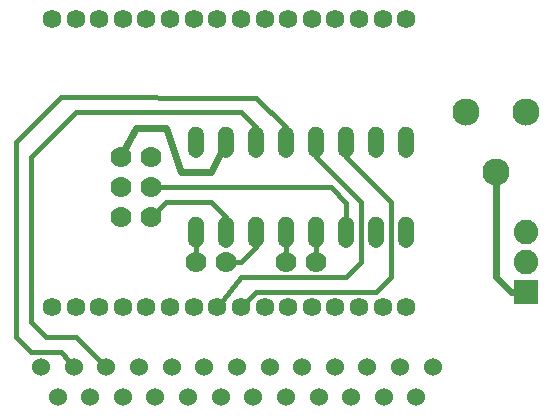
<source format=gtl>
G04 MADE WITH FRITZING*
G04 WWW.FRITZING.ORG*
G04 DOUBLE SIDED*
G04 HOLES PLATED*
G04 CONTOUR ON CENTER OF CONTOUR VECTOR*
%ASAXBY*%
%FSLAX23Y23*%
%MOIN*%
%OFA0B0*%
%SFA1.0B1.0*%
%ADD10C,0.082000*%
%ADD11C,0.062598*%
%ADD12C,0.070000*%
%ADD13C,0.052000*%
%ADD14C,0.060000*%
%ADD15C,0.090551*%
%ADD16R,0.082000X0.082000*%
%ADD17C,0.024000*%
%ADD18C,0.016000*%
%ADD19R,0.001000X0.001000*%
%LNCOPPER1*%
G90*
G70*
G54D10*
X2043Y714D03*
X2043Y814D03*
X2043Y914D03*
G54D11*
X463Y664D03*
X542Y664D03*
X621Y664D03*
X700Y664D03*
X778Y664D03*
X857Y664D03*
X936Y664D03*
X1015Y664D03*
X1093Y664D03*
X1172Y664D03*
X1251Y664D03*
X1329Y664D03*
X1408Y664D03*
X1487Y664D03*
X1566Y664D03*
X1644Y664D03*
X463Y1624D03*
X542Y1624D03*
X621Y1624D03*
X700Y1624D03*
X778Y1624D03*
X857Y1624D03*
X936Y1624D03*
X1015Y1624D03*
X1093Y1624D03*
X1172Y1624D03*
X1251Y1624D03*
X1329Y1624D03*
X1408Y1624D03*
X1487Y1624D03*
X1566Y1624D03*
X1644Y1624D03*
G54D12*
X793Y964D03*
X693Y964D03*
X793Y1064D03*
X693Y1064D03*
X793Y1164D03*
X693Y1164D03*
X1043Y814D03*
X943Y814D03*
X1343Y814D03*
X1243Y814D03*
G54D13*
X943Y914D03*
X1043Y914D03*
X1143Y914D03*
X1243Y914D03*
X1343Y914D03*
X1443Y914D03*
X1543Y914D03*
X1643Y914D03*
X1643Y1214D03*
X1543Y1214D03*
X1443Y1214D03*
X1343Y1214D03*
X1243Y1214D03*
X1143Y1214D03*
X1043Y1214D03*
X943Y1214D03*
X943Y914D03*
X1043Y914D03*
X1143Y914D03*
X1243Y914D03*
X1343Y914D03*
X1443Y914D03*
X1543Y914D03*
X1643Y914D03*
X1643Y1214D03*
X1543Y1214D03*
X1443Y1214D03*
X1343Y1214D03*
X1243Y1214D03*
X1143Y1214D03*
X1043Y1214D03*
X943Y1214D03*
G54D12*
X1843Y1314D03*
X2043Y1314D03*
X1943Y1114D03*
X1843Y1314D03*
X2043Y1314D03*
X1943Y1114D03*
G54D14*
X1732Y464D03*
X1623Y464D03*
X1515Y464D03*
X1406Y464D03*
X1297Y464D03*
X1189Y464D03*
X1080Y464D03*
X971Y464D03*
X863Y464D03*
X754Y464D03*
X645Y464D03*
X537Y464D03*
X428Y464D03*
X1678Y364D03*
X1569Y364D03*
X1460Y364D03*
X1352Y364D03*
X1243Y364D03*
X1134Y364D03*
X1026Y364D03*
X917Y364D03*
X808Y364D03*
X700Y364D03*
X591Y364D03*
X482Y364D03*
X1732Y464D03*
X1623Y464D03*
X1515Y464D03*
X1406Y464D03*
X1297Y464D03*
X1189Y464D03*
X1080Y464D03*
X971Y464D03*
X863Y464D03*
X754Y464D03*
X645Y464D03*
X537Y464D03*
X428Y464D03*
X1678Y364D03*
X1569Y364D03*
X1460Y364D03*
X1352Y364D03*
X1243Y364D03*
X1134Y364D03*
X1026Y364D03*
X917Y364D03*
X808Y364D03*
X700Y364D03*
X591Y364D03*
X482Y364D03*
G54D15*
X1943Y1114D03*
X2043Y1314D03*
X1843Y1314D03*
G54D16*
X2043Y714D03*
G54D17*
X1943Y1088D02*
X1943Y765D01*
D02*
X844Y1262D02*
X893Y1113D01*
D02*
X744Y1262D02*
X844Y1262D01*
D02*
X893Y1113D02*
X993Y1113D01*
D02*
X993Y1113D02*
X1031Y1189D01*
D02*
X705Y1187D02*
X744Y1262D01*
D02*
X1995Y714D02*
X2011Y714D01*
D02*
X1943Y765D02*
X1995Y714D01*
G54D18*
D02*
X1092Y815D02*
X1064Y814D01*
D02*
X1343Y834D02*
X1343Y892D01*
D02*
X1243Y892D02*
X1243Y834D01*
D02*
X1142Y864D02*
X1092Y815D01*
D02*
X1143Y892D02*
X1142Y864D01*
D02*
X844Y1014D02*
X808Y978D01*
D02*
X1043Y964D02*
X993Y1014D01*
D02*
X1043Y935D02*
X1043Y964D01*
D02*
X993Y1014D02*
X844Y1014D01*
D02*
X1394Y1064D02*
X1443Y1012D01*
D02*
X1443Y1012D02*
X1443Y935D01*
D02*
X814Y1064D02*
X1394Y1064D01*
D02*
X943Y834D02*
X943Y892D01*
D02*
X443Y563D02*
X542Y563D01*
D02*
X542Y563D02*
X627Y481D01*
D02*
X392Y1164D02*
X393Y613D01*
D02*
X393Y613D02*
X443Y563D01*
D02*
X543Y1313D02*
X392Y1164D01*
D02*
X1144Y1263D02*
X1093Y1314D01*
D02*
X1093Y1314D02*
X543Y1313D01*
D02*
X1143Y1235D02*
X1144Y1263D01*
D02*
X393Y513D02*
X343Y563D01*
D02*
X342Y1213D02*
X443Y1314D01*
D02*
X343Y563D02*
X342Y1213D01*
D02*
X493Y513D02*
X393Y513D01*
D02*
X494Y1364D02*
X1144Y1362D01*
D02*
X443Y1314D02*
X494Y1364D01*
D02*
X1144Y1362D02*
X1243Y1263D01*
D02*
X1243Y1263D02*
X1243Y1235D01*
D02*
X520Y483D02*
X493Y513D01*
D02*
X1543Y714D02*
X1142Y714D01*
D02*
X1142Y714D02*
X1109Y680D01*
D02*
X1593Y764D02*
X1543Y714D01*
D02*
X1593Y1013D02*
X1593Y764D01*
D02*
X1442Y1164D02*
X1593Y1013D01*
D02*
X1443Y1192D02*
X1442Y1164D01*
D02*
X1092Y764D02*
X1032Y686D01*
D02*
X1442Y764D02*
X1092Y764D01*
D02*
X1344Y1164D02*
X1492Y1013D01*
D02*
X1492Y1013D02*
X1492Y814D01*
D02*
X1344Y1192D02*
X1344Y1164D01*
D02*
X1492Y814D02*
X1442Y764D01*
G54D19*
X1836Y1348D02*
X1850Y1348D01*
X2036Y1348D02*
X2050Y1348D01*
X1832Y1347D02*
X1853Y1347D01*
X2032Y1347D02*
X2053Y1347D01*
X1830Y1346D02*
X1856Y1346D01*
X2030Y1346D02*
X2056Y1346D01*
X1828Y1345D02*
X1858Y1345D01*
X2028Y1345D02*
X2058Y1345D01*
X1826Y1344D02*
X1860Y1344D01*
X2026Y1344D02*
X2060Y1344D01*
X1824Y1343D02*
X1862Y1343D01*
X2024Y1343D02*
X2062Y1343D01*
X1822Y1342D02*
X1863Y1342D01*
X2022Y1342D02*
X2063Y1342D01*
X1821Y1341D02*
X1864Y1341D01*
X2021Y1341D02*
X2064Y1341D01*
X1820Y1340D02*
X1866Y1340D01*
X2020Y1340D02*
X2066Y1340D01*
X1819Y1339D02*
X1867Y1339D01*
X2019Y1339D02*
X2067Y1339D01*
X1818Y1338D02*
X1868Y1338D01*
X2018Y1338D02*
X2068Y1338D01*
X1817Y1337D02*
X1869Y1337D01*
X2017Y1337D02*
X2069Y1337D01*
X1816Y1336D02*
X1869Y1336D01*
X2016Y1336D02*
X2069Y1336D01*
X1815Y1335D02*
X1870Y1335D01*
X2015Y1335D02*
X2070Y1335D01*
X1815Y1334D02*
X1871Y1334D01*
X2015Y1334D02*
X2071Y1334D01*
X1814Y1333D02*
X1871Y1333D01*
X2014Y1333D02*
X2071Y1333D01*
X1813Y1332D02*
X1872Y1332D01*
X2013Y1332D02*
X2072Y1332D01*
X1813Y1331D02*
X1873Y1331D01*
X2013Y1331D02*
X2073Y1331D01*
X1812Y1330D02*
X1873Y1330D01*
X2012Y1330D02*
X2073Y1330D01*
X1812Y1329D02*
X1874Y1329D01*
X2012Y1329D02*
X2074Y1329D01*
X1811Y1328D02*
X1837Y1328D01*
X1849Y1328D02*
X1874Y1328D01*
X2011Y1328D02*
X2037Y1328D01*
X2049Y1328D02*
X2074Y1328D01*
X1811Y1327D02*
X1835Y1327D01*
X1851Y1327D02*
X1874Y1327D01*
X2011Y1327D02*
X2035Y1327D01*
X2051Y1327D02*
X2074Y1327D01*
X1811Y1326D02*
X1833Y1326D01*
X1852Y1326D02*
X1875Y1326D01*
X2011Y1326D02*
X2033Y1326D01*
X2052Y1326D02*
X2075Y1326D01*
X1810Y1325D02*
X1832Y1325D01*
X1853Y1325D02*
X1875Y1325D01*
X2010Y1325D02*
X2032Y1325D01*
X2053Y1325D02*
X2075Y1325D01*
X1810Y1324D02*
X1831Y1324D01*
X1854Y1324D02*
X1876Y1324D01*
X2010Y1324D02*
X2031Y1324D01*
X2054Y1324D02*
X2076Y1324D01*
X1810Y1323D02*
X1830Y1323D01*
X1855Y1323D02*
X1876Y1323D01*
X2010Y1323D02*
X2030Y1323D01*
X2055Y1323D02*
X2076Y1323D01*
X1809Y1322D02*
X1829Y1322D01*
X1856Y1322D02*
X1876Y1322D01*
X2009Y1322D02*
X2029Y1322D01*
X2056Y1322D02*
X2076Y1322D01*
X1809Y1321D02*
X1829Y1321D01*
X1857Y1321D02*
X1876Y1321D01*
X2009Y1321D02*
X2029Y1321D01*
X2057Y1321D02*
X2076Y1321D01*
X1809Y1320D02*
X1828Y1320D01*
X1857Y1320D02*
X1877Y1320D01*
X2009Y1320D02*
X2028Y1320D01*
X2057Y1320D02*
X2077Y1320D01*
X1809Y1319D02*
X1828Y1319D01*
X1857Y1319D02*
X1877Y1319D01*
X2009Y1319D02*
X2028Y1319D01*
X2057Y1319D02*
X2077Y1319D01*
X1809Y1318D02*
X1828Y1318D01*
X1858Y1318D02*
X1877Y1318D01*
X2009Y1318D02*
X2028Y1318D01*
X2058Y1318D02*
X2077Y1318D01*
X1808Y1317D02*
X1827Y1317D01*
X1858Y1317D02*
X1877Y1317D01*
X2008Y1317D02*
X2027Y1317D01*
X2058Y1317D02*
X2077Y1317D01*
X1808Y1316D02*
X1827Y1316D01*
X1858Y1316D02*
X1877Y1316D01*
X2008Y1316D02*
X2027Y1316D01*
X2058Y1316D02*
X2077Y1316D01*
X1808Y1315D02*
X1827Y1315D01*
X1858Y1315D02*
X1877Y1315D01*
X2008Y1315D02*
X2027Y1315D01*
X2058Y1315D02*
X2077Y1315D01*
X1808Y1314D02*
X1827Y1314D01*
X1858Y1314D02*
X1877Y1314D01*
X2008Y1314D02*
X2027Y1314D01*
X2058Y1314D02*
X2077Y1314D01*
X1808Y1313D02*
X1827Y1313D01*
X1858Y1313D02*
X1877Y1313D01*
X2008Y1313D02*
X2027Y1313D01*
X2058Y1313D02*
X2077Y1313D01*
X1808Y1312D02*
X1827Y1312D01*
X1858Y1312D02*
X1877Y1312D01*
X2008Y1312D02*
X2027Y1312D01*
X2058Y1312D02*
X2077Y1312D01*
X1808Y1311D02*
X1827Y1311D01*
X1858Y1311D02*
X1877Y1311D01*
X2008Y1311D02*
X2027Y1311D01*
X2058Y1311D02*
X2077Y1311D01*
X1809Y1310D02*
X1828Y1310D01*
X1858Y1310D02*
X1877Y1310D01*
X2009Y1310D02*
X2028Y1310D01*
X2058Y1310D02*
X2077Y1310D01*
X1809Y1309D02*
X1828Y1309D01*
X1858Y1309D02*
X1877Y1309D01*
X2009Y1309D02*
X2028Y1309D01*
X2058Y1309D02*
X2077Y1309D01*
X1809Y1308D02*
X1828Y1308D01*
X1857Y1308D02*
X1877Y1308D01*
X2009Y1308D02*
X2028Y1308D01*
X2057Y1308D02*
X2077Y1308D01*
X1809Y1307D02*
X1829Y1307D01*
X1857Y1307D02*
X1876Y1307D01*
X2009Y1307D02*
X2029Y1307D01*
X2057Y1307D02*
X2076Y1307D01*
X1809Y1306D02*
X1829Y1306D01*
X1856Y1306D02*
X1876Y1306D01*
X2009Y1306D02*
X2029Y1306D01*
X2056Y1306D02*
X2076Y1306D01*
X1810Y1305D02*
X1830Y1305D01*
X1855Y1305D02*
X1876Y1305D01*
X2010Y1305D02*
X2030Y1305D01*
X2055Y1305D02*
X2076Y1305D01*
X1810Y1304D02*
X1831Y1304D01*
X1854Y1304D02*
X1876Y1304D01*
X2010Y1304D02*
X2031Y1304D01*
X2054Y1304D02*
X2076Y1304D01*
X1810Y1303D02*
X1832Y1303D01*
X1853Y1303D02*
X1875Y1303D01*
X2010Y1303D02*
X2032Y1303D01*
X2053Y1303D02*
X2075Y1303D01*
X1811Y1302D02*
X1833Y1302D01*
X1852Y1302D02*
X1875Y1302D01*
X2011Y1302D02*
X2033Y1302D01*
X2052Y1302D02*
X2075Y1302D01*
X1811Y1301D02*
X1835Y1301D01*
X1851Y1301D02*
X1875Y1301D01*
X2011Y1301D02*
X2035Y1301D01*
X2051Y1301D02*
X2075Y1301D01*
X1811Y1300D02*
X1836Y1300D01*
X1849Y1300D02*
X1874Y1300D01*
X2011Y1300D02*
X2036Y1300D01*
X2049Y1300D02*
X2074Y1300D01*
X1812Y1299D02*
X1842Y1299D01*
X1844Y1299D02*
X1874Y1299D01*
X2012Y1299D02*
X2042Y1299D01*
X2044Y1299D02*
X2074Y1299D01*
X1812Y1298D02*
X1873Y1298D01*
X2012Y1298D02*
X2073Y1298D01*
X1813Y1297D02*
X1873Y1297D01*
X2013Y1297D02*
X2073Y1297D01*
X1813Y1296D02*
X1872Y1296D01*
X2013Y1296D02*
X2072Y1296D01*
X1814Y1295D02*
X1871Y1295D01*
X2014Y1295D02*
X2071Y1295D01*
X1815Y1294D02*
X1871Y1294D01*
X2015Y1294D02*
X2071Y1294D01*
X1815Y1293D02*
X1870Y1293D01*
X2015Y1293D02*
X2070Y1293D01*
X1816Y1292D02*
X1869Y1292D01*
X2016Y1292D02*
X2069Y1292D01*
X1817Y1291D02*
X1869Y1291D01*
X2017Y1291D02*
X2069Y1291D01*
X1818Y1290D02*
X1868Y1290D01*
X2018Y1290D02*
X2068Y1290D01*
X1819Y1289D02*
X1867Y1289D01*
X2019Y1289D02*
X2067Y1289D01*
X1820Y1288D02*
X1866Y1288D01*
X2020Y1288D02*
X2066Y1288D01*
X1821Y1287D02*
X1864Y1287D01*
X2021Y1287D02*
X2064Y1287D01*
X1822Y1286D02*
X1863Y1286D01*
X2022Y1286D02*
X2063Y1286D01*
X1824Y1285D02*
X1862Y1285D01*
X2024Y1285D02*
X2062Y1285D01*
X1825Y1284D02*
X1860Y1284D01*
X2025Y1284D02*
X2060Y1284D01*
X1827Y1283D02*
X1858Y1283D01*
X2027Y1283D02*
X2058Y1283D01*
X1829Y1282D02*
X1856Y1282D01*
X2029Y1282D02*
X2056Y1282D01*
X1832Y1281D02*
X1853Y1281D01*
X2032Y1281D02*
X2053Y1281D01*
X1835Y1280D02*
X1850Y1280D01*
X2035Y1280D02*
X2050Y1280D01*
X1843Y1279D02*
X1843Y1279D01*
X2043Y1279D02*
X2043Y1279D01*
X936Y1265D02*
X949Y1265D01*
X1036Y1265D02*
X1049Y1265D01*
X1136Y1265D02*
X1149Y1265D01*
X1236Y1265D02*
X1249Y1265D01*
X1336Y1265D02*
X1349Y1265D01*
X1436Y1265D02*
X1449Y1265D01*
X1536Y1265D02*
X1549Y1265D01*
X1636Y1265D02*
X1649Y1265D01*
X933Y1264D02*
X952Y1264D01*
X1033Y1264D02*
X1052Y1264D01*
X1133Y1264D02*
X1152Y1264D01*
X1233Y1264D02*
X1252Y1264D01*
X1333Y1264D02*
X1352Y1264D01*
X1433Y1264D02*
X1452Y1264D01*
X1533Y1264D02*
X1552Y1264D01*
X1633Y1264D02*
X1652Y1264D01*
X931Y1263D02*
X954Y1263D01*
X1031Y1263D02*
X1054Y1263D01*
X1131Y1263D02*
X1154Y1263D01*
X1231Y1263D02*
X1254Y1263D01*
X1331Y1263D02*
X1354Y1263D01*
X1431Y1263D02*
X1454Y1263D01*
X1531Y1263D02*
X1554Y1263D01*
X1631Y1263D02*
X1654Y1263D01*
X930Y1262D02*
X956Y1262D01*
X1030Y1262D02*
X1056Y1262D01*
X1130Y1262D02*
X1156Y1262D01*
X1230Y1262D02*
X1256Y1262D01*
X1330Y1262D02*
X1356Y1262D01*
X1430Y1262D02*
X1456Y1262D01*
X1530Y1262D02*
X1556Y1262D01*
X1630Y1262D02*
X1656Y1262D01*
X928Y1261D02*
X957Y1261D01*
X1028Y1261D02*
X1057Y1261D01*
X1128Y1261D02*
X1157Y1261D01*
X1228Y1261D02*
X1257Y1261D01*
X1328Y1261D02*
X1357Y1261D01*
X1428Y1261D02*
X1457Y1261D01*
X1528Y1261D02*
X1557Y1261D01*
X1628Y1261D02*
X1657Y1261D01*
X927Y1260D02*
X959Y1260D01*
X1027Y1260D02*
X1059Y1260D01*
X1127Y1260D02*
X1159Y1260D01*
X1227Y1260D02*
X1259Y1260D01*
X1327Y1260D02*
X1359Y1260D01*
X1427Y1260D02*
X1459Y1260D01*
X1527Y1260D02*
X1559Y1260D01*
X1627Y1260D02*
X1659Y1260D01*
X926Y1259D02*
X960Y1259D01*
X1026Y1259D02*
X1060Y1259D01*
X1126Y1259D02*
X1160Y1259D01*
X1226Y1259D02*
X1260Y1259D01*
X1326Y1259D02*
X1360Y1259D01*
X1426Y1259D02*
X1460Y1259D01*
X1526Y1259D02*
X1560Y1259D01*
X1626Y1259D02*
X1660Y1259D01*
X925Y1258D02*
X961Y1258D01*
X1025Y1258D02*
X1061Y1258D01*
X1125Y1258D02*
X1161Y1258D01*
X1225Y1258D02*
X1261Y1258D01*
X1325Y1258D02*
X1361Y1258D01*
X1425Y1258D02*
X1461Y1258D01*
X1525Y1258D02*
X1561Y1258D01*
X1625Y1258D02*
X1661Y1258D01*
X924Y1257D02*
X962Y1257D01*
X1024Y1257D02*
X1062Y1257D01*
X1124Y1257D02*
X1162Y1257D01*
X1224Y1257D02*
X1262Y1257D01*
X1324Y1257D02*
X1362Y1257D01*
X1424Y1257D02*
X1462Y1257D01*
X1524Y1257D02*
X1562Y1257D01*
X1624Y1257D02*
X1662Y1257D01*
X923Y1256D02*
X963Y1256D01*
X1023Y1256D02*
X1063Y1256D01*
X1123Y1256D02*
X1163Y1256D01*
X1223Y1256D02*
X1263Y1256D01*
X1323Y1256D02*
X1363Y1256D01*
X1423Y1256D02*
X1463Y1256D01*
X1523Y1256D02*
X1563Y1256D01*
X1623Y1256D02*
X1663Y1256D01*
X922Y1255D02*
X963Y1255D01*
X1022Y1255D02*
X1063Y1255D01*
X1122Y1255D02*
X1163Y1255D01*
X1222Y1255D02*
X1263Y1255D01*
X1322Y1255D02*
X1363Y1255D01*
X1422Y1255D02*
X1463Y1255D01*
X1522Y1255D02*
X1563Y1255D01*
X1622Y1255D02*
X1663Y1255D01*
X921Y1254D02*
X964Y1254D01*
X1021Y1254D02*
X1064Y1254D01*
X1121Y1254D02*
X1164Y1254D01*
X1221Y1254D02*
X1264Y1254D01*
X1321Y1254D02*
X1364Y1254D01*
X1421Y1254D02*
X1464Y1254D01*
X1521Y1254D02*
X1564Y1254D01*
X1621Y1254D02*
X1664Y1254D01*
X921Y1253D02*
X965Y1253D01*
X1021Y1253D02*
X1065Y1253D01*
X1121Y1253D02*
X1165Y1253D01*
X1221Y1253D02*
X1265Y1253D01*
X1321Y1253D02*
X1365Y1253D01*
X1421Y1253D02*
X1465Y1253D01*
X1521Y1253D02*
X1565Y1253D01*
X1621Y1253D02*
X1665Y1253D01*
X920Y1252D02*
X965Y1252D01*
X1020Y1252D02*
X1065Y1252D01*
X1120Y1252D02*
X1165Y1252D01*
X1220Y1252D02*
X1265Y1252D01*
X1320Y1252D02*
X1365Y1252D01*
X1420Y1252D02*
X1465Y1252D01*
X1520Y1252D02*
X1565Y1252D01*
X1620Y1252D02*
X1665Y1252D01*
X920Y1251D02*
X966Y1251D01*
X1020Y1251D02*
X1066Y1251D01*
X1120Y1251D02*
X1166Y1251D01*
X1220Y1251D02*
X1266Y1251D01*
X1320Y1251D02*
X1366Y1251D01*
X1420Y1251D02*
X1466Y1251D01*
X1520Y1251D02*
X1566Y1251D01*
X1620Y1251D02*
X1666Y1251D01*
X919Y1250D02*
X966Y1250D01*
X1019Y1250D02*
X1066Y1250D01*
X1119Y1250D02*
X1166Y1250D01*
X1219Y1250D02*
X1266Y1250D01*
X1319Y1250D02*
X1366Y1250D01*
X1419Y1250D02*
X1466Y1250D01*
X1519Y1250D02*
X1566Y1250D01*
X1619Y1250D02*
X1666Y1250D01*
X919Y1249D02*
X967Y1249D01*
X1019Y1249D02*
X1067Y1249D01*
X1119Y1249D02*
X1167Y1249D01*
X1219Y1249D02*
X1267Y1249D01*
X1319Y1249D02*
X1367Y1249D01*
X1419Y1249D02*
X1467Y1249D01*
X1519Y1249D02*
X1567Y1249D01*
X1619Y1249D02*
X1667Y1249D01*
X919Y1248D02*
X967Y1248D01*
X1019Y1248D02*
X1067Y1248D01*
X1119Y1248D02*
X1167Y1248D01*
X1219Y1248D02*
X1267Y1248D01*
X1319Y1248D02*
X1367Y1248D01*
X1419Y1248D02*
X1467Y1248D01*
X1519Y1248D02*
X1567Y1248D01*
X1619Y1248D02*
X1667Y1248D01*
X918Y1247D02*
X967Y1247D01*
X1018Y1247D02*
X1067Y1247D01*
X1118Y1247D02*
X1167Y1247D01*
X1218Y1247D02*
X1267Y1247D01*
X1318Y1247D02*
X1367Y1247D01*
X1418Y1247D02*
X1467Y1247D01*
X1518Y1247D02*
X1567Y1247D01*
X1618Y1247D02*
X1667Y1247D01*
X918Y1246D02*
X967Y1246D01*
X1018Y1246D02*
X1067Y1246D01*
X1118Y1246D02*
X1167Y1246D01*
X1218Y1246D02*
X1267Y1246D01*
X1318Y1246D02*
X1367Y1246D01*
X1418Y1246D02*
X1467Y1246D01*
X1518Y1246D02*
X1567Y1246D01*
X1618Y1246D02*
X1667Y1246D01*
X918Y1245D02*
X968Y1245D01*
X1018Y1245D02*
X1068Y1245D01*
X1118Y1245D02*
X1168Y1245D01*
X1218Y1245D02*
X1268Y1245D01*
X1318Y1245D02*
X1368Y1245D01*
X1418Y1245D02*
X1468Y1245D01*
X1518Y1245D02*
X1568Y1245D01*
X1618Y1245D02*
X1668Y1245D01*
X918Y1244D02*
X968Y1244D01*
X1018Y1244D02*
X1068Y1244D01*
X1118Y1244D02*
X1168Y1244D01*
X1218Y1244D02*
X1268Y1244D01*
X1318Y1244D02*
X1368Y1244D01*
X1418Y1244D02*
X1468Y1244D01*
X1518Y1244D02*
X1568Y1244D01*
X1618Y1244D02*
X1668Y1244D01*
X917Y1243D02*
X968Y1243D01*
X1017Y1243D02*
X1068Y1243D01*
X1117Y1243D02*
X1168Y1243D01*
X1217Y1243D02*
X1268Y1243D01*
X1317Y1243D02*
X1368Y1243D01*
X1417Y1243D02*
X1468Y1243D01*
X1517Y1243D02*
X1568Y1243D01*
X1617Y1243D02*
X1668Y1243D01*
X917Y1242D02*
X968Y1242D01*
X1017Y1242D02*
X1068Y1242D01*
X1117Y1242D02*
X1168Y1242D01*
X1217Y1242D02*
X1268Y1242D01*
X1317Y1242D02*
X1368Y1242D01*
X1417Y1242D02*
X1468Y1242D01*
X1517Y1242D02*
X1568Y1242D01*
X1617Y1242D02*
X1668Y1242D01*
X917Y1241D02*
X968Y1241D01*
X1017Y1241D02*
X1068Y1241D01*
X1117Y1241D02*
X1168Y1241D01*
X1217Y1241D02*
X1268Y1241D01*
X1317Y1241D02*
X1368Y1241D01*
X1417Y1241D02*
X1468Y1241D01*
X1517Y1241D02*
X1568Y1241D01*
X1617Y1241D02*
X1668Y1241D01*
X917Y1240D02*
X968Y1240D01*
X1017Y1240D02*
X1068Y1240D01*
X1117Y1240D02*
X1168Y1240D01*
X1217Y1240D02*
X1268Y1240D01*
X1317Y1240D02*
X1368Y1240D01*
X1417Y1240D02*
X1468Y1240D01*
X1517Y1240D02*
X1568Y1240D01*
X1617Y1240D02*
X1668Y1240D01*
X917Y1239D02*
X968Y1239D01*
X1017Y1239D02*
X1068Y1239D01*
X1117Y1239D02*
X1168Y1239D01*
X1217Y1239D02*
X1268Y1239D01*
X1317Y1239D02*
X1368Y1239D01*
X1417Y1239D02*
X1468Y1239D01*
X1517Y1239D02*
X1568Y1239D01*
X1617Y1239D02*
X1668Y1239D01*
X917Y1238D02*
X968Y1238D01*
X1017Y1238D02*
X1068Y1238D01*
X1117Y1238D02*
X1168Y1238D01*
X1217Y1238D02*
X1268Y1238D01*
X1317Y1238D02*
X1368Y1238D01*
X1417Y1238D02*
X1468Y1238D01*
X1517Y1238D02*
X1568Y1238D01*
X1617Y1238D02*
X1668Y1238D01*
X917Y1237D02*
X968Y1237D01*
X1017Y1237D02*
X1068Y1237D01*
X1117Y1237D02*
X1168Y1237D01*
X1217Y1237D02*
X1268Y1237D01*
X1317Y1237D02*
X1368Y1237D01*
X1417Y1237D02*
X1468Y1237D01*
X1517Y1237D02*
X1568Y1237D01*
X1617Y1237D02*
X1668Y1237D01*
X917Y1236D02*
X968Y1236D01*
X1017Y1236D02*
X1068Y1236D01*
X1117Y1236D02*
X1168Y1236D01*
X1217Y1236D02*
X1268Y1236D01*
X1317Y1236D02*
X1368Y1236D01*
X1417Y1236D02*
X1468Y1236D01*
X1517Y1236D02*
X1568Y1236D01*
X1617Y1236D02*
X1668Y1236D01*
X917Y1235D02*
X968Y1235D01*
X1017Y1235D02*
X1068Y1235D01*
X1117Y1235D02*
X1168Y1235D01*
X1217Y1235D02*
X1268Y1235D01*
X1317Y1235D02*
X1368Y1235D01*
X1417Y1235D02*
X1468Y1235D01*
X1517Y1235D02*
X1568Y1235D01*
X1617Y1235D02*
X1668Y1235D01*
X917Y1234D02*
X968Y1234D01*
X1017Y1234D02*
X1068Y1234D01*
X1117Y1234D02*
X1168Y1234D01*
X1217Y1234D02*
X1268Y1234D01*
X1317Y1234D02*
X1368Y1234D01*
X1417Y1234D02*
X1468Y1234D01*
X1517Y1234D02*
X1568Y1234D01*
X1617Y1234D02*
X1668Y1234D01*
X917Y1233D02*
X968Y1233D01*
X1017Y1233D02*
X1068Y1233D01*
X1117Y1233D02*
X1168Y1233D01*
X1217Y1233D02*
X1268Y1233D01*
X1317Y1233D02*
X1368Y1233D01*
X1417Y1233D02*
X1468Y1233D01*
X1517Y1233D02*
X1568Y1233D01*
X1617Y1233D02*
X1668Y1233D01*
X917Y1232D02*
X968Y1232D01*
X1017Y1232D02*
X1068Y1232D01*
X1117Y1232D02*
X1168Y1232D01*
X1217Y1232D02*
X1268Y1232D01*
X1317Y1232D02*
X1368Y1232D01*
X1417Y1232D02*
X1468Y1232D01*
X1517Y1232D02*
X1568Y1232D01*
X1617Y1232D02*
X1668Y1232D01*
X917Y1231D02*
X968Y1231D01*
X1017Y1231D02*
X1068Y1231D01*
X1117Y1231D02*
X1168Y1231D01*
X1217Y1231D02*
X1268Y1231D01*
X1317Y1231D02*
X1368Y1231D01*
X1417Y1231D02*
X1468Y1231D01*
X1517Y1231D02*
X1568Y1231D01*
X1617Y1231D02*
X1668Y1231D01*
X917Y1230D02*
X968Y1230D01*
X1017Y1230D02*
X1068Y1230D01*
X1117Y1230D02*
X1168Y1230D01*
X1217Y1230D02*
X1268Y1230D01*
X1317Y1230D02*
X1368Y1230D01*
X1417Y1230D02*
X1468Y1230D01*
X1517Y1230D02*
X1568Y1230D01*
X1617Y1230D02*
X1668Y1230D01*
X917Y1229D02*
X937Y1229D01*
X949Y1229D02*
X968Y1229D01*
X1017Y1229D02*
X1037Y1229D01*
X1049Y1229D02*
X1068Y1229D01*
X1117Y1229D02*
X1137Y1229D01*
X1149Y1229D02*
X1168Y1229D01*
X1217Y1229D02*
X1237Y1229D01*
X1249Y1229D02*
X1268Y1229D01*
X1317Y1229D02*
X1337Y1229D01*
X1349Y1229D02*
X1368Y1229D01*
X1417Y1229D02*
X1437Y1229D01*
X1449Y1229D02*
X1468Y1229D01*
X1517Y1229D02*
X1537Y1229D01*
X1549Y1229D02*
X1568Y1229D01*
X1617Y1229D02*
X1637Y1229D01*
X1649Y1229D02*
X1668Y1229D01*
X917Y1228D02*
X935Y1228D01*
X951Y1228D02*
X968Y1228D01*
X1017Y1228D02*
X1035Y1228D01*
X1051Y1228D02*
X1068Y1228D01*
X1117Y1228D02*
X1135Y1228D01*
X1151Y1228D02*
X1168Y1228D01*
X1217Y1228D02*
X1235Y1228D01*
X1251Y1228D02*
X1268Y1228D01*
X1317Y1228D02*
X1335Y1228D01*
X1351Y1228D02*
X1368Y1228D01*
X1417Y1228D02*
X1435Y1228D01*
X1451Y1228D02*
X1468Y1228D01*
X1517Y1228D02*
X1535Y1228D01*
X1551Y1228D02*
X1568Y1228D01*
X1617Y1228D02*
X1635Y1228D01*
X1651Y1228D02*
X1668Y1228D01*
X917Y1227D02*
X933Y1227D01*
X952Y1227D02*
X968Y1227D01*
X1017Y1227D02*
X1033Y1227D01*
X1052Y1227D02*
X1068Y1227D01*
X1117Y1227D02*
X1133Y1227D01*
X1152Y1227D02*
X1168Y1227D01*
X1217Y1227D02*
X1233Y1227D01*
X1252Y1227D02*
X1268Y1227D01*
X1317Y1227D02*
X1333Y1227D01*
X1352Y1227D02*
X1368Y1227D01*
X1417Y1227D02*
X1433Y1227D01*
X1452Y1227D02*
X1468Y1227D01*
X1517Y1227D02*
X1533Y1227D01*
X1552Y1227D02*
X1568Y1227D01*
X1617Y1227D02*
X1633Y1227D01*
X1652Y1227D02*
X1668Y1227D01*
X917Y1226D02*
X932Y1226D01*
X954Y1226D02*
X968Y1226D01*
X1017Y1226D02*
X1032Y1226D01*
X1054Y1226D02*
X1068Y1226D01*
X1117Y1226D02*
X1132Y1226D01*
X1154Y1226D02*
X1168Y1226D01*
X1217Y1226D02*
X1232Y1226D01*
X1254Y1226D02*
X1268Y1226D01*
X1317Y1226D02*
X1332Y1226D01*
X1354Y1226D02*
X1368Y1226D01*
X1417Y1226D02*
X1432Y1226D01*
X1454Y1226D02*
X1468Y1226D01*
X1517Y1226D02*
X1532Y1226D01*
X1554Y1226D02*
X1568Y1226D01*
X1617Y1226D02*
X1632Y1226D01*
X1654Y1226D02*
X1668Y1226D01*
X917Y1225D02*
X931Y1225D01*
X955Y1225D02*
X968Y1225D01*
X1017Y1225D02*
X1031Y1225D01*
X1055Y1225D02*
X1068Y1225D01*
X1117Y1225D02*
X1131Y1225D01*
X1155Y1225D02*
X1168Y1225D01*
X1217Y1225D02*
X1231Y1225D01*
X1255Y1225D02*
X1268Y1225D01*
X1317Y1225D02*
X1331Y1225D01*
X1355Y1225D02*
X1368Y1225D01*
X1417Y1225D02*
X1431Y1225D01*
X1455Y1225D02*
X1468Y1225D01*
X1517Y1225D02*
X1531Y1225D01*
X1555Y1225D02*
X1568Y1225D01*
X1617Y1225D02*
X1631Y1225D01*
X1655Y1225D02*
X1668Y1225D01*
X917Y1224D02*
X930Y1224D01*
X956Y1224D02*
X968Y1224D01*
X1017Y1224D02*
X1030Y1224D01*
X1056Y1224D02*
X1068Y1224D01*
X1117Y1224D02*
X1130Y1224D01*
X1156Y1224D02*
X1168Y1224D01*
X1217Y1224D02*
X1230Y1224D01*
X1256Y1224D02*
X1268Y1224D01*
X1317Y1224D02*
X1330Y1224D01*
X1356Y1224D02*
X1368Y1224D01*
X1417Y1224D02*
X1430Y1224D01*
X1456Y1224D02*
X1468Y1224D01*
X1517Y1224D02*
X1530Y1224D01*
X1556Y1224D02*
X1568Y1224D01*
X1617Y1224D02*
X1630Y1224D01*
X1656Y1224D02*
X1668Y1224D01*
X917Y1223D02*
X929Y1223D01*
X956Y1223D02*
X968Y1223D01*
X1017Y1223D02*
X1029Y1223D01*
X1056Y1223D02*
X1068Y1223D01*
X1117Y1223D02*
X1129Y1223D01*
X1156Y1223D02*
X1168Y1223D01*
X1217Y1223D02*
X1229Y1223D01*
X1256Y1223D02*
X1268Y1223D01*
X1317Y1223D02*
X1329Y1223D01*
X1356Y1223D02*
X1368Y1223D01*
X1417Y1223D02*
X1429Y1223D01*
X1456Y1223D02*
X1468Y1223D01*
X1517Y1223D02*
X1529Y1223D01*
X1556Y1223D02*
X1568Y1223D01*
X1617Y1223D02*
X1629Y1223D01*
X1656Y1223D02*
X1668Y1223D01*
X917Y1222D02*
X928Y1222D01*
X957Y1222D02*
X968Y1222D01*
X1017Y1222D02*
X1028Y1222D01*
X1057Y1222D02*
X1068Y1222D01*
X1117Y1222D02*
X1128Y1222D01*
X1157Y1222D02*
X1168Y1222D01*
X1217Y1222D02*
X1228Y1222D01*
X1257Y1222D02*
X1268Y1222D01*
X1317Y1222D02*
X1328Y1222D01*
X1357Y1222D02*
X1368Y1222D01*
X1417Y1222D02*
X1428Y1222D01*
X1457Y1222D02*
X1468Y1222D01*
X1517Y1222D02*
X1528Y1222D01*
X1557Y1222D02*
X1568Y1222D01*
X1617Y1222D02*
X1628Y1222D01*
X1657Y1222D02*
X1668Y1222D01*
X917Y1221D02*
X928Y1221D01*
X958Y1221D02*
X968Y1221D01*
X1017Y1221D02*
X1028Y1221D01*
X1058Y1221D02*
X1068Y1221D01*
X1117Y1221D02*
X1128Y1221D01*
X1158Y1221D02*
X1168Y1221D01*
X1217Y1221D02*
X1228Y1221D01*
X1258Y1221D02*
X1268Y1221D01*
X1317Y1221D02*
X1328Y1221D01*
X1358Y1221D02*
X1368Y1221D01*
X1417Y1221D02*
X1428Y1221D01*
X1458Y1221D02*
X1468Y1221D01*
X1517Y1221D02*
X1528Y1221D01*
X1558Y1221D02*
X1568Y1221D01*
X1617Y1221D02*
X1628Y1221D01*
X1658Y1221D02*
X1668Y1221D01*
X917Y1220D02*
X927Y1220D01*
X958Y1220D02*
X968Y1220D01*
X1017Y1220D02*
X1027Y1220D01*
X1058Y1220D02*
X1068Y1220D01*
X1117Y1220D02*
X1127Y1220D01*
X1158Y1220D02*
X1168Y1220D01*
X1217Y1220D02*
X1227Y1220D01*
X1258Y1220D02*
X1268Y1220D01*
X1317Y1220D02*
X1327Y1220D01*
X1358Y1220D02*
X1368Y1220D01*
X1417Y1220D02*
X1427Y1220D01*
X1458Y1220D02*
X1468Y1220D01*
X1517Y1220D02*
X1527Y1220D01*
X1558Y1220D02*
X1568Y1220D01*
X1617Y1220D02*
X1627Y1220D01*
X1658Y1220D02*
X1668Y1220D01*
X917Y1219D02*
X927Y1219D01*
X958Y1219D02*
X968Y1219D01*
X1017Y1219D02*
X1027Y1219D01*
X1058Y1219D02*
X1068Y1219D01*
X1117Y1219D02*
X1127Y1219D01*
X1158Y1219D02*
X1168Y1219D01*
X1217Y1219D02*
X1227Y1219D01*
X1258Y1219D02*
X1268Y1219D01*
X1317Y1219D02*
X1327Y1219D01*
X1358Y1219D02*
X1368Y1219D01*
X1417Y1219D02*
X1427Y1219D01*
X1458Y1219D02*
X1468Y1219D01*
X1517Y1219D02*
X1527Y1219D01*
X1558Y1219D02*
X1568Y1219D01*
X1617Y1219D02*
X1627Y1219D01*
X1658Y1219D02*
X1668Y1219D01*
X917Y1218D02*
X927Y1218D01*
X959Y1218D02*
X968Y1218D01*
X1017Y1218D02*
X1027Y1218D01*
X1059Y1218D02*
X1068Y1218D01*
X1117Y1218D02*
X1127Y1218D01*
X1159Y1218D02*
X1168Y1218D01*
X1217Y1218D02*
X1227Y1218D01*
X1259Y1218D02*
X1268Y1218D01*
X1317Y1218D02*
X1327Y1218D01*
X1359Y1218D02*
X1368Y1218D01*
X1417Y1218D02*
X1427Y1218D01*
X1459Y1218D02*
X1468Y1218D01*
X1517Y1218D02*
X1527Y1218D01*
X1559Y1218D02*
X1568Y1218D01*
X1617Y1218D02*
X1627Y1218D01*
X1659Y1218D02*
X1668Y1218D01*
X917Y1217D02*
X927Y1217D01*
X959Y1217D02*
X968Y1217D01*
X1017Y1217D02*
X1027Y1217D01*
X1059Y1217D02*
X1068Y1217D01*
X1117Y1217D02*
X1127Y1217D01*
X1159Y1217D02*
X1168Y1217D01*
X1217Y1217D02*
X1227Y1217D01*
X1259Y1217D02*
X1268Y1217D01*
X1317Y1217D02*
X1327Y1217D01*
X1359Y1217D02*
X1368Y1217D01*
X1417Y1217D02*
X1427Y1217D01*
X1459Y1217D02*
X1468Y1217D01*
X1517Y1217D02*
X1527Y1217D01*
X1559Y1217D02*
X1568Y1217D01*
X1617Y1217D02*
X1627Y1217D01*
X1659Y1217D02*
X1668Y1217D01*
X917Y1216D02*
X926Y1216D01*
X959Y1216D02*
X968Y1216D01*
X1017Y1216D02*
X1026Y1216D01*
X1059Y1216D02*
X1068Y1216D01*
X1117Y1216D02*
X1126Y1216D01*
X1159Y1216D02*
X1168Y1216D01*
X1217Y1216D02*
X1226Y1216D01*
X1259Y1216D02*
X1268Y1216D01*
X1317Y1216D02*
X1326Y1216D01*
X1359Y1216D02*
X1368Y1216D01*
X1417Y1216D02*
X1426Y1216D01*
X1459Y1216D02*
X1468Y1216D01*
X1517Y1216D02*
X1526Y1216D01*
X1559Y1216D02*
X1568Y1216D01*
X1617Y1216D02*
X1626Y1216D01*
X1659Y1216D02*
X1668Y1216D01*
X917Y1215D02*
X926Y1215D01*
X959Y1215D02*
X968Y1215D01*
X1017Y1215D02*
X1026Y1215D01*
X1059Y1215D02*
X1068Y1215D01*
X1117Y1215D02*
X1126Y1215D01*
X1159Y1215D02*
X1168Y1215D01*
X1217Y1215D02*
X1226Y1215D01*
X1259Y1215D02*
X1268Y1215D01*
X1317Y1215D02*
X1326Y1215D01*
X1359Y1215D02*
X1368Y1215D01*
X1417Y1215D02*
X1426Y1215D01*
X1459Y1215D02*
X1468Y1215D01*
X1517Y1215D02*
X1526Y1215D01*
X1559Y1215D02*
X1568Y1215D01*
X1617Y1215D02*
X1626Y1215D01*
X1659Y1215D02*
X1668Y1215D01*
X917Y1214D02*
X926Y1214D01*
X959Y1214D02*
X968Y1214D01*
X1017Y1214D02*
X1026Y1214D01*
X1059Y1214D02*
X1068Y1214D01*
X1117Y1214D02*
X1126Y1214D01*
X1159Y1214D02*
X1168Y1214D01*
X1217Y1214D02*
X1226Y1214D01*
X1259Y1214D02*
X1268Y1214D01*
X1317Y1214D02*
X1326Y1214D01*
X1359Y1214D02*
X1368Y1214D01*
X1417Y1214D02*
X1426Y1214D01*
X1459Y1214D02*
X1468Y1214D01*
X1517Y1214D02*
X1526Y1214D01*
X1559Y1214D02*
X1568Y1214D01*
X1617Y1214D02*
X1626Y1214D01*
X1659Y1214D02*
X1668Y1214D01*
X917Y1213D02*
X926Y1213D01*
X959Y1213D02*
X968Y1213D01*
X1017Y1213D02*
X1026Y1213D01*
X1059Y1213D02*
X1068Y1213D01*
X1117Y1213D02*
X1126Y1213D01*
X1159Y1213D02*
X1168Y1213D01*
X1217Y1213D02*
X1226Y1213D01*
X1259Y1213D02*
X1268Y1213D01*
X1317Y1213D02*
X1326Y1213D01*
X1359Y1213D02*
X1368Y1213D01*
X1417Y1213D02*
X1426Y1213D01*
X1459Y1213D02*
X1468Y1213D01*
X1517Y1213D02*
X1526Y1213D01*
X1559Y1213D02*
X1568Y1213D01*
X1617Y1213D02*
X1626Y1213D01*
X1659Y1213D02*
X1668Y1213D01*
X917Y1212D02*
X926Y1212D01*
X959Y1212D02*
X968Y1212D01*
X1017Y1212D02*
X1026Y1212D01*
X1059Y1212D02*
X1068Y1212D01*
X1117Y1212D02*
X1126Y1212D01*
X1159Y1212D02*
X1168Y1212D01*
X1217Y1212D02*
X1226Y1212D01*
X1259Y1212D02*
X1268Y1212D01*
X1317Y1212D02*
X1326Y1212D01*
X1359Y1212D02*
X1368Y1212D01*
X1417Y1212D02*
X1426Y1212D01*
X1459Y1212D02*
X1468Y1212D01*
X1517Y1212D02*
X1526Y1212D01*
X1559Y1212D02*
X1568Y1212D01*
X1617Y1212D02*
X1626Y1212D01*
X1659Y1212D02*
X1668Y1212D01*
X917Y1211D02*
X927Y1211D01*
X959Y1211D02*
X968Y1211D01*
X1017Y1211D02*
X1027Y1211D01*
X1059Y1211D02*
X1068Y1211D01*
X1117Y1211D02*
X1127Y1211D01*
X1159Y1211D02*
X1168Y1211D01*
X1217Y1211D02*
X1227Y1211D01*
X1259Y1211D02*
X1268Y1211D01*
X1317Y1211D02*
X1327Y1211D01*
X1359Y1211D02*
X1368Y1211D01*
X1417Y1211D02*
X1427Y1211D01*
X1459Y1211D02*
X1468Y1211D01*
X1517Y1211D02*
X1527Y1211D01*
X1559Y1211D02*
X1568Y1211D01*
X1617Y1211D02*
X1627Y1211D01*
X1659Y1211D02*
X1668Y1211D01*
X917Y1210D02*
X927Y1210D01*
X959Y1210D02*
X968Y1210D01*
X1017Y1210D02*
X1027Y1210D01*
X1059Y1210D02*
X1068Y1210D01*
X1117Y1210D02*
X1127Y1210D01*
X1159Y1210D02*
X1168Y1210D01*
X1217Y1210D02*
X1227Y1210D01*
X1259Y1210D02*
X1268Y1210D01*
X1317Y1210D02*
X1327Y1210D01*
X1359Y1210D02*
X1368Y1210D01*
X1417Y1210D02*
X1427Y1210D01*
X1459Y1210D02*
X1468Y1210D01*
X1517Y1210D02*
X1527Y1210D01*
X1559Y1210D02*
X1568Y1210D01*
X1617Y1210D02*
X1627Y1210D01*
X1659Y1210D02*
X1668Y1210D01*
X917Y1209D02*
X927Y1209D01*
X958Y1209D02*
X968Y1209D01*
X1017Y1209D02*
X1027Y1209D01*
X1058Y1209D02*
X1068Y1209D01*
X1117Y1209D02*
X1127Y1209D01*
X1158Y1209D02*
X1168Y1209D01*
X1217Y1209D02*
X1227Y1209D01*
X1258Y1209D02*
X1268Y1209D01*
X1317Y1209D02*
X1327Y1209D01*
X1358Y1209D02*
X1368Y1209D01*
X1417Y1209D02*
X1427Y1209D01*
X1458Y1209D02*
X1468Y1209D01*
X1517Y1209D02*
X1527Y1209D01*
X1558Y1209D02*
X1568Y1209D01*
X1617Y1209D02*
X1627Y1209D01*
X1658Y1209D02*
X1668Y1209D01*
X917Y1208D02*
X927Y1208D01*
X958Y1208D02*
X968Y1208D01*
X1017Y1208D02*
X1027Y1208D01*
X1058Y1208D02*
X1068Y1208D01*
X1117Y1208D02*
X1127Y1208D01*
X1158Y1208D02*
X1168Y1208D01*
X1217Y1208D02*
X1227Y1208D01*
X1258Y1208D02*
X1268Y1208D01*
X1317Y1208D02*
X1327Y1208D01*
X1358Y1208D02*
X1368Y1208D01*
X1417Y1208D02*
X1427Y1208D01*
X1458Y1208D02*
X1468Y1208D01*
X1517Y1208D02*
X1527Y1208D01*
X1558Y1208D02*
X1568Y1208D01*
X1617Y1208D02*
X1627Y1208D01*
X1658Y1208D02*
X1668Y1208D01*
X917Y1207D02*
X928Y1207D01*
X958Y1207D02*
X968Y1207D01*
X1017Y1207D02*
X1028Y1207D01*
X1058Y1207D02*
X1068Y1207D01*
X1117Y1207D02*
X1128Y1207D01*
X1158Y1207D02*
X1168Y1207D01*
X1217Y1207D02*
X1228Y1207D01*
X1258Y1207D02*
X1268Y1207D01*
X1317Y1207D02*
X1328Y1207D01*
X1358Y1207D02*
X1368Y1207D01*
X1417Y1207D02*
X1428Y1207D01*
X1458Y1207D02*
X1468Y1207D01*
X1517Y1207D02*
X1528Y1207D01*
X1558Y1207D02*
X1568Y1207D01*
X1617Y1207D02*
X1628Y1207D01*
X1658Y1207D02*
X1668Y1207D01*
X917Y1206D02*
X928Y1206D01*
X957Y1206D02*
X968Y1206D01*
X1017Y1206D02*
X1028Y1206D01*
X1057Y1206D02*
X1068Y1206D01*
X1117Y1206D02*
X1128Y1206D01*
X1157Y1206D02*
X1168Y1206D01*
X1217Y1206D02*
X1228Y1206D01*
X1257Y1206D02*
X1268Y1206D01*
X1317Y1206D02*
X1328Y1206D01*
X1357Y1206D02*
X1368Y1206D01*
X1417Y1206D02*
X1428Y1206D01*
X1457Y1206D02*
X1468Y1206D01*
X1517Y1206D02*
X1528Y1206D01*
X1557Y1206D02*
X1568Y1206D01*
X1617Y1206D02*
X1628Y1206D01*
X1657Y1206D02*
X1668Y1206D01*
X917Y1205D02*
X929Y1205D01*
X956Y1205D02*
X968Y1205D01*
X1017Y1205D02*
X1029Y1205D01*
X1056Y1205D02*
X1068Y1205D01*
X1117Y1205D02*
X1129Y1205D01*
X1156Y1205D02*
X1168Y1205D01*
X1217Y1205D02*
X1229Y1205D01*
X1256Y1205D02*
X1268Y1205D01*
X1317Y1205D02*
X1329Y1205D01*
X1356Y1205D02*
X1368Y1205D01*
X1417Y1205D02*
X1429Y1205D01*
X1456Y1205D02*
X1468Y1205D01*
X1517Y1205D02*
X1529Y1205D01*
X1556Y1205D02*
X1568Y1205D01*
X1617Y1205D02*
X1629Y1205D01*
X1656Y1205D02*
X1668Y1205D01*
X917Y1204D02*
X930Y1204D01*
X956Y1204D02*
X968Y1204D01*
X1017Y1204D02*
X1030Y1204D01*
X1056Y1204D02*
X1068Y1204D01*
X1117Y1204D02*
X1130Y1204D01*
X1156Y1204D02*
X1168Y1204D01*
X1217Y1204D02*
X1230Y1204D01*
X1256Y1204D02*
X1268Y1204D01*
X1317Y1204D02*
X1330Y1204D01*
X1356Y1204D02*
X1368Y1204D01*
X1417Y1204D02*
X1430Y1204D01*
X1456Y1204D02*
X1468Y1204D01*
X1517Y1204D02*
X1530Y1204D01*
X1556Y1204D02*
X1568Y1204D01*
X1617Y1204D02*
X1630Y1204D01*
X1656Y1204D02*
X1668Y1204D01*
X917Y1203D02*
X931Y1203D01*
X955Y1203D02*
X968Y1203D01*
X1017Y1203D02*
X1031Y1203D01*
X1055Y1203D02*
X1068Y1203D01*
X1117Y1203D02*
X1131Y1203D01*
X1155Y1203D02*
X1168Y1203D01*
X1217Y1203D02*
X1231Y1203D01*
X1255Y1203D02*
X1268Y1203D01*
X1317Y1203D02*
X1331Y1203D01*
X1355Y1203D02*
X1368Y1203D01*
X1417Y1203D02*
X1431Y1203D01*
X1455Y1203D02*
X1468Y1203D01*
X1517Y1203D02*
X1531Y1203D01*
X1555Y1203D02*
X1568Y1203D01*
X1617Y1203D02*
X1631Y1203D01*
X1655Y1203D02*
X1668Y1203D01*
X917Y1202D02*
X932Y1202D01*
X954Y1202D02*
X968Y1202D01*
X1017Y1202D02*
X1032Y1202D01*
X1054Y1202D02*
X1068Y1202D01*
X1117Y1202D02*
X1132Y1202D01*
X1154Y1202D02*
X1168Y1202D01*
X1217Y1202D02*
X1232Y1202D01*
X1254Y1202D02*
X1268Y1202D01*
X1317Y1202D02*
X1332Y1202D01*
X1354Y1202D02*
X1368Y1202D01*
X1417Y1202D02*
X1432Y1202D01*
X1454Y1202D02*
X1468Y1202D01*
X1517Y1202D02*
X1532Y1202D01*
X1554Y1202D02*
X1568Y1202D01*
X1617Y1202D02*
X1632Y1202D01*
X1654Y1202D02*
X1668Y1202D01*
X917Y1201D02*
X933Y1201D01*
X953Y1201D02*
X968Y1201D01*
X1017Y1201D02*
X1033Y1201D01*
X1053Y1201D02*
X1068Y1201D01*
X1117Y1201D02*
X1133Y1201D01*
X1153Y1201D02*
X1168Y1201D01*
X1217Y1201D02*
X1233Y1201D01*
X1253Y1201D02*
X1268Y1201D01*
X1317Y1201D02*
X1333Y1201D01*
X1353Y1201D02*
X1368Y1201D01*
X1417Y1201D02*
X1433Y1201D01*
X1453Y1201D02*
X1468Y1201D01*
X1517Y1201D02*
X1533Y1201D01*
X1553Y1201D02*
X1568Y1201D01*
X1617Y1201D02*
X1633Y1201D01*
X1653Y1201D02*
X1668Y1201D01*
X917Y1200D02*
X935Y1200D01*
X951Y1200D02*
X968Y1200D01*
X1017Y1200D02*
X1035Y1200D01*
X1051Y1200D02*
X1068Y1200D01*
X1117Y1200D02*
X1135Y1200D01*
X1151Y1200D02*
X1168Y1200D01*
X1217Y1200D02*
X1235Y1200D01*
X1251Y1200D02*
X1268Y1200D01*
X1317Y1200D02*
X1335Y1200D01*
X1351Y1200D02*
X1368Y1200D01*
X1417Y1200D02*
X1435Y1200D01*
X1451Y1200D02*
X1468Y1200D01*
X1517Y1200D02*
X1535Y1200D01*
X1551Y1200D02*
X1568Y1200D01*
X1617Y1200D02*
X1635Y1200D01*
X1651Y1200D02*
X1668Y1200D01*
X917Y1199D02*
X937Y1199D01*
X949Y1199D02*
X968Y1199D01*
X1017Y1199D02*
X1037Y1199D01*
X1049Y1199D02*
X1068Y1199D01*
X1117Y1199D02*
X1137Y1199D01*
X1149Y1199D02*
X1168Y1199D01*
X1217Y1199D02*
X1237Y1199D01*
X1249Y1199D02*
X1268Y1199D01*
X1317Y1199D02*
X1337Y1199D01*
X1349Y1199D02*
X1368Y1199D01*
X1417Y1199D02*
X1437Y1199D01*
X1449Y1199D02*
X1468Y1199D01*
X1517Y1199D02*
X1537Y1199D01*
X1549Y1199D02*
X1568Y1199D01*
X1617Y1199D02*
X1637Y1199D01*
X1649Y1199D02*
X1668Y1199D01*
X917Y1198D02*
X968Y1198D01*
X1017Y1198D02*
X1068Y1198D01*
X1117Y1198D02*
X1168Y1198D01*
X1217Y1198D02*
X1268Y1198D01*
X1317Y1198D02*
X1368Y1198D01*
X1417Y1198D02*
X1468Y1198D01*
X1517Y1198D02*
X1568Y1198D01*
X1617Y1198D02*
X1668Y1198D01*
X917Y1197D02*
X968Y1197D01*
X1017Y1197D02*
X1068Y1197D01*
X1117Y1197D02*
X1168Y1197D01*
X1217Y1197D02*
X1268Y1197D01*
X1317Y1197D02*
X1368Y1197D01*
X1417Y1197D02*
X1468Y1197D01*
X1517Y1197D02*
X1568Y1197D01*
X1617Y1197D02*
X1668Y1197D01*
X917Y1196D02*
X968Y1196D01*
X1017Y1196D02*
X1068Y1196D01*
X1117Y1196D02*
X1168Y1196D01*
X1217Y1196D02*
X1268Y1196D01*
X1317Y1196D02*
X1368Y1196D01*
X1417Y1196D02*
X1468Y1196D01*
X1517Y1196D02*
X1568Y1196D01*
X1617Y1196D02*
X1668Y1196D01*
X917Y1195D02*
X968Y1195D01*
X1017Y1195D02*
X1068Y1195D01*
X1117Y1195D02*
X1168Y1195D01*
X1217Y1195D02*
X1268Y1195D01*
X1317Y1195D02*
X1368Y1195D01*
X1417Y1195D02*
X1468Y1195D01*
X1517Y1195D02*
X1568Y1195D01*
X1617Y1195D02*
X1668Y1195D01*
X917Y1194D02*
X968Y1194D01*
X1017Y1194D02*
X1068Y1194D01*
X1117Y1194D02*
X1168Y1194D01*
X1217Y1194D02*
X1268Y1194D01*
X1317Y1194D02*
X1368Y1194D01*
X1417Y1194D02*
X1468Y1194D01*
X1517Y1194D02*
X1568Y1194D01*
X1617Y1194D02*
X1668Y1194D01*
X917Y1193D02*
X968Y1193D01*
X1017Y1193D02*
X1068Y1193D01*
X1117Y1193D02*
X1168Y1193D01*
X1217Y1193D02*
X1268Y1193D01*
X1317Y1193D02*
X1368Y1193D01*
X1417Y1193D02*
X1468Y1193D01*
X1517Y1193D02*
X1568Y1193D01*
X1617Y1193D02*
X1668Y1193D01*
X917Y1192D02*
X968Y1192D01*
X1017Y1192D02*
X1068Y1192D01*
X1117Y1192D02*
X1168Y1192D01*
X1217Y1192D02*
X1268Y1192D01*
X1317Y1192D02*
X1368Y1192D01*
X1417Y1192D02*
X1468Y1192D01*
X1517Y1192D02*
X1568Y1192D01*
X1617Y1192D02*
X1668Y1192D01*
X917Y1191D02*
X968Y1191D01*
X1017Y1191D02*
X1068Y1191D01*
X1117Y1191D02*
X1168Y1191D01*
X1217Y1191D02*
X1268Y1191D01*
X1317Y1191D02*
X1368Y1191D01*
X1417Y1191D02*
X1468Y1191D01*
X1517Y1191D02*
X1568Y1191D01*
X1617Y1191D02*
X1668Y1191D01*
X917Y1190D02*
X968Y1190D01*
X1017Y1190D02*
X1068Y1190D01*
X1117Y1190D02*
X1168Y1190D01*
X1217Y1190D02*
X1268Y1190D01*
X1317Y1190D02*
X1368Y1190D01*
X1417Y1190D02*
X1468Y1190D01*
X1517Y1190D02*
X1568Y1190D01*
X1617Y1190D02*
X1668Y1190D01*
X917Y1189D02*
X968Y1189D01*
X1017Y1189D02*
X1068Y1189D01*
X1117Y1189D02*
X1168Y1189D01*
X1217Y1189D02*
X1268Y1189D01*
X1317Y1189D02*
X1368Y1189D01*
X1417Y1189D02*
X1468Y1189D01*
X1517Y1189D02*
X1568Y1189D01*
X1617Y1189D02*
X1668Y1189D01*
X917Y1188D02*
X968Y1188D01*
X1017Y1188D02*
X1068Y1188D01*
X1117Y1188D02*
X1168Y1188D01*
X1217Y1188D02*
X1268Y1188D01*
X1317Y1188D02*
X1368Y1188D01*
X1417Y1188D02*
X1468Y1188D01*
X1517Y1188D02*
X1568Y1188D01*
X1617Y1188D02*
X1668Y1188D01*
X917Y1187D02*
X968Y1187D01*
X1017Y1187D02*
X1068Y1187D01*
X1117Y1187D02*
X1168Y1187D01*
X1217Y1187D02*
X1268Y1187D01*
X1317Y1187D02*
X1368Y1187D01*
X1417Y1187D02*
X1468Y1187D01*
X1517Y1187D02*
X1568Y1187D01*
X1617Y1187D02*
X1668Y1187D01*
X917Y1186D02*
X968Y1186D01*
X1017Y1186D02*
X1068Y1186D01*
X1117Y1186D02*
X1168Y1186D01*
X1217Y1186D02*
X1268Y1186D01*
X1317Y1186D02*
X1368Y1186D01*
X1417Y1186D02*
X1468Y1186D01*
X1517Y1186D02*
X1568Y1186D01*
X1617Y1186D02*
X1668Y1186D01*
X917Y1185D02*
X968Y1185D01*
X1017Y1185D02*
X1068Y1185D01*
X1117Y1185D02*
X1168Y1185D01*
X1217Y1185D02*
X1268Y1185D01*
X1317Y1185D02*
X1368Y1185D01*
X1417Y1185D02*
X1468Y1185D01*
X1517Y1185D02*
X1568Y1185D01*
X1617Y1185D02*
X1668Y1185D01*
X918Y1184D02*
X968Y1184D01*
X1018Y1184D02*
X1068Y1184D01*
X1118Y1184D02*
X1168Y1184D01*
X1218Y1184D02*
X1268Y1184D01*
X1318Y1184D02*
X1368Y1184D01*
X1418Y1184D02*
X1468Y1184D01*
X1518Y1184D02*
X1568Y1184D01*
X1618Y1184D02*
X1668Y1184D01*
X918Y1183D02*
X968Y1183D01*
X1018Y1183D02*
X1068Y1183D01*
X1118Y1183D02*
X1168Y1183D01*
X1218Y1183D02*
X1268Y1183D01*
X1318Y1183D02*
X1368Y1183D01*
X1418Y1183D02*
X1468Y1183D01*
X1518Y1183D02*
X1568Y1183D01*
X1618Y1183D02*
X1668Y1183D01*
X918Y1182D02*
X968Y1182D01*
X1018Y1182D02*
X1068Y1182D01*
X1118Y1182D02*
X1168Y1182D01*
X1218Y1182D02*
X1268Y1182D01*
X1318Y1182D02*
X1368Y1182D01*
X1418Y1182D02*
X1468Y1182D01*
X1518Y1182D02*
X1568Y1182D01*
X1618Y1182D02*
X1668Y1182D01*
X918Y1181D02*
X967Y1181D01*
X1018Y1181D02*
X1067Y1181D01*
X1118Y1181D02*
X1167Y1181D01*
X1218Y1181D02*
X1267Y1181D01*
X1318Y1181D02*
X1367Y1181D01*
X1418Y1181D02*
X1467Y1181D01*
X1518Y1181D02*
X1567Y1181D01*
X1618Y1181D02*
X1667Y1181D01*
X918Y1180D02*
X967Y1180D01*
X1018Y1180D02*
X1067Y1180D01*
X1118Y1180D02*
X1167Y1180D01*
X1218Y1180D02*
X1267Y1180D01*
X1318Y1180D02*
X1367Y1180D01*
X1418Y1180D02*
X1467Y1180D01*
X1518Y1180D02*
X1567Y1180D01*
X1618Y1180D02*
X1667Y1180D01*
X919Y1179D02*
X967Y1179D01*
X1019Y1179D02*
X1067Y1179D01*
X1119Y1179D02*
X1167Y1179D01*
X1219Y1179D02*
X1267Y1179D01*
X1319Y1179D02*
X1367Y1179D01*
X1419Y1179D02*
X1467Y1179D01*
X1519Y1179D02*
X1567Y1179D01*
X1619Y1179D02*
X1667Y1179D01*
X919Y1178D02*
X966Y1178D01*
X1019Y1178D02*
X1066Y1178D01*
X1119Y1178D02*
X1166Y1178D01*
X1219Y1178D02*
X1266Y1178D01*
X1319Y1178D02*
X1366Y1178D01*
X1419Y1178D02*
X1466Y1178D01*
X1519Y1178D02*
X1566Y1178D01*
X1619Y1178D02*
X1666Y1178D01*
X920Y1177D02*
X966Y1177D01*
X1020Y1177D02*
X1066Y1177D01*
X1120Y1177D02*
X1166Y1177D01*
X1220Y1177D02*
X1266Y1177D01*
X1320Y1177D02*
X1366Y1177D01*
X1420Y1177D02*
X1466Y1177D01*
X1520Y1177D02*
X1566Y1177D01*
X1620Y1177D02*
X1666Y1177D01*
X920Y1176D02*
X965Y1176D01*
X1020Y1176D02*
X1065Y1176D01*
X1120Y1176D02*
X1165Y1176D01*
X1220Y1176D02*
X1265Y1176D01*
X1320Y1176D02*
X1365Y1176D01*
X1420Y1176D02*
X1465Y1176D01*
X1520Y1176D02*
X1565Y1176D01*
X1620Y1176D02*
X1665Y1176D01*
X921Y1175D02*
X965Y1175D01*
X1021Y1175D02*
X1065Y1175D01*
X1121Y1175D02*
X1165Y1175D01*
X1221Y1175D02*
X1265Y1175D01*
X1321Y1175D02*
X1365Y1175D01*
X1421Y1175D02*
X1465Y1175D01*
X1521Y1175D02*
X1565Y1175D01*
X1621Y1175D02*
X1665Y1175D01*
X921Y1174D02*
X964Y1174D01*
X1021Y1174D02*
X1064Y1174D01*
X1121Y1174D02*
X1164Y1174D01*
X1221Y1174D02*
X1264Y1174D01*
X1321Y1174D02*
X1364Y1174D01*
X1421Y1174D02*
X1464Y1174D01*
X1521Y1174D02*
X1564Y1174D01*
X1621Y1174D02*
X1664Y1174D01*
X922Y1173D02*
X963Y1173D01*
X1022Y1173D02*
X1063Y1173D01*
X1122Y1173D02*
X1163Y1173D01*
X1222Y1173D02*
X1263Y1173D01*
X1322Y1173D02*
X1363Y1173D01*
X1422Y1173D02*
X1463Y1173D01*
X1522Y1173D02*
X1563Y1173D01*
X1622Y1173D02*
X1663Y1173D01*
X923Y1172D02*
X963Y1172D01*
X1023Y1172D02*
X1063Y1172D01*
X1123Y1172D02*
X1163Y1172D01*
X1223Y1172D02*
X1263Y1172D01*
X1323Y1172D02*
X1363Y1172D01*
X1423Y1172D02*
X1463Y1172D01*
X1523Y1172D02*
X1563Y1172D01*
X1623Y1172D02*
X1663Y1172D01*
X924Y1171D02*
X962Y1171D01*
X1024Y1171D02*
X1062Y1171D01*
X1124Y1171D02*
X1162Y1171D01*
X1224Y1171D02*
X1262Y1171D01*
X1324Y1171D02*
X1362Y1171D01*
X1424Y1171D02*
X1462Y1171D01*
X1524Y1171D02*
X1562Y1171D01*
X1624Y1171D02*
X1662Y1171D01*
X925Y1170D02*
X961Y1170D01*
X1025Y1170D02*
X1061Y1170D01*
X1125Y1170D02*
X1161Y1170D01*
X1225Y1170D02*
X1261Y1170D01*
X1325Y1170D02*
X1361Y1170D01*
X1425Y1170D02*
X1461Y1170D01*
X1525Y1170D02*
X1561Y1170D01*
X1625Y1170D02*
X1661Y1170D01*
X926Y1169D02*
X960Y1169D01*
X1026Y1169D02*
X1060Y1169D01*
X1126Y1169D02*
X1160Y1169D01*
X1226Y1169D02*
X1260Y1169D01*
X1326Y1169D02*
X1360Y1169D01*
X1426Y1169D02*
X1460Y1169D01*
X1526Y1169D02*
X1560Y1169D01*
X1626Y1169D02*
X1660Y1169D01*
X927Y1168D02*
X959Y1168D01*
X1027Y1168D02*
X1059Y1168D01*
X1127Y1168D02*
X1159Y1168D01*
X1227Y1168D02*
X1259Y1168D01*
X1327Y1168D02*
X1359Y1168D01*
X1427Y1168D02*
X1459Y1168D01*
X1527Y1168D02*
X1559Y1168D01*
X1627Y1168D02*
X1659Y1168D01*
X928Y1167D02*
X957Y1167D01*
X1028Y1167D02*
X1057Y1167D01*
X1128Y1167D02*
X1157Y1167D01*
X1228Y1167D02*
X1257Y1167D01*
X1328Y1167D02*
X1357Y1167D01*
X1428Y1167D02*
X1457Y1167D01*
X1528Y1167D02*
X1557Y1167D01*
X1628Y1167D02*
X1657Y1167D01*
X929Y1166D02*
X956Y1166D01*
X1029Y1166D02*
X1056Y1166D01*
X1129Y1166D02*
X1156Y1166D01*
X1229Y1166D02*
X1256Y1166D01*
X1329Y1166D02*
X1356Y1166D01*
X1429Y1166D02*
X1456Y1166D01*
X1529Y1166D02*
X1556Y1166D01*
X1629Y1166D02*
X1656Y1166D01*
X931Y1165D02*
X954Y1165D01*
X1031Y1165D02*
X1054Y1165D01*
X1131Y1165D02*
X1154Y1165D01*
X1231Y1165D02*
X1254Y1165D01*
X1331Y1165D02*
X1354Y1165D01*
X1431Y1165D02*
X1454Y1165D01*
X1531Y1165D02*
X1554Y1165D01*
X1631Y1165D02*
X1654Y1165D01*
X933Y1164D02*
X952Y1164D01*
X1033Y1164D02*
X1052Y1164D01*
X1133Y1164D02*
X1152Y1164D01*
X1233Y1164D02*
X1252Y1164D01*
X1333Y1164D02*
X1352Y1164D01*
X1433Y1164D02*
X1452Y1164D01*
X1533Y1164D02*
X1552Y1164D01*
X1633Y1164D02*
X1652Y1164D01*
X936Y1163D02*
X949Y1163D01*
X1036Y1163D02*
X1049Y1163D01*
X1136Y1163D02*
X1149Y1163D01*
X1236Y1163D02*
X1249Y1163D01*
X1336Y1163D02*
X1349Y1163D01*
X1436Y1163D02*
X1449Y1163D01*
X1536Y1163D02*
X1549Y1163D01*
X1636Y1163D02*
X1649Y1163D01*
X943Y1162D02*
X943Y1162D01*
X1043Y1162D02*
X1043Y1162D01*
X1143Y1162D02*
X1143Y1162D01*
X1243Y1162D02*
X1243Y1162D01*
X1343Y1162D02*
X1343Y1162D01*
X1443Y1162D02*
X1443Y1162D01*
X1543Y1162D02*
X1543Y1162D01*
X1643Y1162D02*
X1643Y1162D01*
X1936Y1148D02*
X1950Y1148D01*
X1932Y1147D02*
X1953Y1147D01*
X1930Y1146D02*
X1956Y1146D01*
X1927Y1145D02*
X1958Y1145D01*
X1926Y1144D02*
X1960Y1144D01*
X1924Y1143D02*
X1962Y1143D01*
X1922Y1142D02*
X1963Y1142D01*
X1921Y1141D02*
X1964Y1141D01*
X1920Y1140D02*
X1966Y1140D01*
X1919Y1139D02*
X1967Y1139D01*
X1918Y1138D02*
X1968Y1138D01*
X1917Y1137D02*
X1969Y1137D01*
X1916Y1136D02*
X1969Y1136D01*
X1915Y1135D02*
X1970Y1135D01*
X1915Y1134D02*
X1971Y1134D01*
X1914Y1133D02*
X1971Y1133D01*
X1913Y1132D02*
X1972Y1132D01*
X1913Y1131D02*
X1973Y1131D01*
X1912Y1130D02*
X1973Y1130D01*
X1912Y1129D02*
X1974Y1129D01*
X1911Y1128D02*
X1936Y1128D01*
X1949Y1128D02*
X1974Y1128D01*
X1911Y1127D02*
X1935Y1127D01*
X1951Y1127D02*
X1975Y1127D01*
X1911Y1126D02*
X1933Y1126D01*
X1952Y1126D02*
X1975Y1126D01*
X1910Y1125D02*
X1932Y1125D01*
X1953Y1125D02*
X1975Y1125D01*
X1910Y1124D02*
X1931Y1124D01*
X1954Y1124D02*
X1976Y1124D01*
X1910Y1123D02*
X1930Y1123D01*
X1955Y1123D02*
X1976Y1123D01*
X1909Y1122D02*
X1929Y1122D01*
X1956Y1122D02*
X1976Y1122D01*
X1909Y1121D02*
X1929Y1121D01*
X1957Y1121D02*
X1976Y1121D01*
X1909Y1120D02*
X1928Y1120D01*
X1957Y1120D02*
X1977Y1120D01*
X1909Y1119D02*
X1928Y1119D01*
X1957Y1119D02*
X1977Y1119D01*
X1909Y1118D02*
X1928Y1118D01*
X1958Y1118D02*
X1977Y1118D01*
X1908Y1117D02*
X1927Y1117D01*
X1958Y1117D02*
X1977Y1117D01*
X1908Y1116D02*
X1927Y1116D01*
X1958Y1116D02*
X1977Y1116D01*
X1908Y1115D02*
X1927Y1115D01*
X1958Y1115D02*
X1977Y1115D01*
X1908Y1114D02*
X1927Y1114D01*
X1958Y1114D02*
X1977Y1114D01*
X1908Y1113D02*
X1927Y1113D01*
X1958Y1113D02*
X1977Y1113D01*
X1908Y1112D02*
X1927Y1112D01*
X1958Y1112D02*
X1977Y1112D01*
X1908Y1111D02*
X1927Y1111D01*
X1958Y1111D02*
X1977Y1111D01*
X1909Y1110D02*
X1928Y1110D01*
X1958Y1110D02*
X1977Y1110D01*
X1909Y1109D02*
X1928Y1109D01*
X1958Y1109D02*
X1977Y1109D01*
X1909Y1108D02*
X1928Y1108D01*
X1957Y1108D02*
X1977Y1108D01*
X1909Y1107D02*
X1929Y1107D01*
X1957Y1107D02*
X1976Y1107D01*
X1909Y1106D02*
X1929Y1106D01*
X1956Y1106D02*
X1976Y1106D01*
X1910Y1105D02*
X1930Y1105D01*
X1955Y1105D02*
X1976Y1105D01*
X1910Y1104D02*
X1931Y1104D01*
X1954Y1104D02*
X1976Y1104D01*
X1910Y1103D02*
X1932Y1103D01*
X1953Y1103D02*
X1975Y1103D01*
X1911Y1102D02*
X1933Y1102D01*
X1952Y1102D02*
X1975Y1102D01*
X1911Y1101D02*
X1935Y1101D01*
X1951Y1101D02*
X1975Y1101D01*
X1911Y1100D02*
X1936Y1100D01*
X1949Y1100D02*
X1974Y1100D01*
X1912Y1099D02*
X1974Y1099D01*
X1912Y1098D02*
X1973Y1098D01*
X1913Y1097D02*
X1973Y1097D01*
X1913Y1096D02*
X1972Y1096D01*
X1914Y1095D02*
X1971Y1095D01*
X1915Y1094D02*
X1971Y1094D01*
X1915Y1093D02*
X1970Y1093D01*
X1916Y1092D02*
X1969Y1092D01*
X1917Y1091D02*
X1969Y1091D01*
X1918Y1090D02*
X1968Y1090D01*
X1919Y1089D02*
X1967Y1089D01*
X1920Y1088D02*
X1966Y1088D01*
X1921Y1087D02*
X1964Y1087D01*
X1922Y1086D02*
X1963Y1086D01*
X1924Y1085D02*
X1962Y1085D01*
X1926Y1084D02*
X1960Y1084D01*
X1927Y1083D02*
X1958Y1083D01*
X1930Y1082D02*
X1956Y1082D01*
X1932Y1081D02*
X1953Y1081D01*
X1936Y1080D02*
X1950Y1080D01*
X936Y965D02*
X949Y965D01*
X1036Y965D02*
X1049Y965D01*
X1136Y965D02*
X1149Y965D01*
X1236Y965D02*
X1249Y965D01*
X1336Y965D02*
X1349Y965D01*
X1436Y965D02*
X1449Y965D01*
X1536Y965D02*
X1549Y965D01*
X1636Y965D02*
X1649Y965D01*
X933Y964D02*
X952Y964D01*
X1033Y964D02*
X1052Y964D01*
X1133Y964D02*
X1152Y964D01*
X1233Y964D02*
X1252Y964D01*
X1333Y964D02*
X1352Y964D01*
X1433Y964D02*
X1452Y964D01*
X1533Y964D02*
X1552Y964D01*
X1633Y964D02*
X1652Y964D01*
X931Y963D02*
X954Y963D01*
X1031Y963D02*
X1054Y963D01*
X1131Y963D02*
X1154Y963D01*
X1231Y963D02*
X1254Y963D01*
X1331Y963D02*
X1354Y963D01*
X1431Y963D02*
X1454Y963D01*
X1531Y963D02*
X1554Y963D01*
X1631Y963D02*
X1654Y963D01*
X929Y962D02*
X956Y962D01*
X1029Y962D02*
X1056Y962D01*
X1129Y962D02*
X1156Y962D01*
X1229Y962D02*
X1256Y962D01*
X1329Y962D02*
X1356Y962D01*
X1429Y962D02*
X1456Y962D01*
X1529Y962D02*
X1556Y962D01*
X1629Y962D02*
X1656Y962D01*
X928Y961D02*
X957Y961D01*
X1028Y961D02*
X1057Y961D01*
X1128Y961D02*
X1157Y961D01*
X1228Y961D02*
X1257Y961D01*
X1328Y961D02*
X1357Y961D01*
X1428Y961D02*
X1457Y961D01*
X1528Y961D02*
X1557Y961D01*
X1628Y961D02*
X1657Y961D01*
X927Y960D02*
X959Y960D01*
X1027Y960D02*
X1059Y960D01*
X1127Y960D02*
X1159Y960D01*
X1227Y960D02*
X1259Y960D01*
X1327Y960D02*
X1359Y960D01*
X1427Y960D02*
X1459Y960D01*
X1527Y960D02*
X1559Y960D01*
X1627Y960D02*
X1659Y960D01*
X926Y959D02*
X960Y959D01*
X1026Y959D02*
X1060Y959D01*
X1126Y959D02*
X1160Y959D01*
X1226Y959D02*
X1260Y959D01*
X1326Y959D02*
X1360Y959D01*
X1426Y959D02*
X1460Y959D01*
X1526Y959D02*
X1560Y959D01*
X1626Y959D02*
X1660Y959D01*
X925Y958D02*
X961Y958D01*
X1025Y958D02*
X1061Y958D01*
X1125Y958D02*
X1161Y958D01*
X1225Y958D02*
X1261Y958D01*
X1325Y958D02*
X1361Y958D01*
X1425Y958D02*
X1461Y958D01*
X1525Y958D02*
X1561Y958D01*
X1625Y958D02*
X1661Y958D01*
X924Y957D02*
X962Y957D01*
X1024Y957D02*
X1062Y957D01*
X1124Y957D02*
X1162Y957D01*
X1224Y957D02*
X1262Y957D01*
X1324Y957D02*
X1362Y957D01*
X1424Y957D02*
X1462Y957D01*
X1524Y957D02*
X1562Y957D01*
X1624Y957D02*
X1662Y957D01*
X923Y956D02*
X963Y956D01*
X1023Y956D02*
X1063Y956D01*
X1123Y956D02*
X1163Y956D01*
X1223Y956D02*
X1263Y956D01*
X1323Y956D02*
X1363Y956D01*
X1423Y956D02*
X1463Y956D01*
X1523Y956D02*
X1563Y956D01*
X1623Y956D02*
X1663Y956D01*
X922Y955D02*
X963Y955D01*
X1022Y955D02*
X1063Y955D01*
X1122Y955D02*
X1163Y955D01*
X1222Y955D02*
X1263Y955D01*
X1322Y955D02*
X1363Y955D01*
X1422Y955D02*
X1463Y955D01*
X1522Y955D02*
X1563Y955D01*
X1622Y955D02*
X1663Y955D01*
X921Y954D02*
X964Y954D01*
X1021Y954D02*
X1064Y954D01*
X1121Y954D02*
X1164Y954D01*
X1221Y954D02*
X1264Y954D01*
X1321Y954D02*
X1364Y954D01*
X1421Y954D02*
X1464Y954D01*
X1521Y954D02*
X1564Y954D01*
X1621Y954D02*
X1664Y954D01*
X921Y953D02*
X965Y953D01*
X1021Y953D02*
X1065Y953D01*
X1121Y953D02*
X1165Y953D01*
X1221Y953D02*
X1265Y953D01*
X1321Y953D02*
X1365Y953D01*
X1421Y953D02*
X1465Y953D01*
X1521Y953D02*
X1565Y953D01*
X1621Y953D02*
X1665Y953D01*
X920Y952D02*
X965Y952D01*
X1020Y952D02*
X1065Y952D01*
X1120Y952D02*
X1165Y952D01*
X1220Y952D02*
X1265Y952D01*
X1320Y952D02*
X1365Y952D01*
X1420Y952D02*
X1465Y952D01*
X1520Y952D02*
X1565Y952D01*
X1620Y952D02*
X1665Y952D01*
X920Y951D02*
X966Y951D01*
X1020Y951D02*
X1066Y951D01*
X1120Y951D02*
X1166Y951D01*
X1220Y951D02*
X1266Y951D01*
X1320Y951D02*
X1366Y951D01*
X1420Y951D02*
X1466Y951D01*
X1520Y951D02*
X1566Y951D01*
X1620Y951D02*
X1666Y951D01*
X919Y950D02*
X966Y950D01*
X1019Y950D02*
X1066Y950D01*
X1119Y950D02*
X1166Y950D01*
X1219Y950D02*
X1266Y950D01*
X1319Y950D02*
X1366Y950D01*
X1419Y950D02*
X1466Y950D01*
X1519Y950D02*
X1566Y950D01*
X1619Y950D02*
X1666Y950D01*
X919Y949D02*
X967Y949D01*
X1019Y949D02*
X1067Y949D01*
X1119Y949D02*
X1167Y949D01*
X1219Y949D02*
X1267Y949D01*
X1319Y949D02*
X1367Y949D01*
X1419Y949D02*
X1467Y949D01*
X1519Y949D02*
X1567Y949D01*
X1619Y949D02*
X1667Y949D01*
X919Y948D02*
X967Y948D01*
X1019Y948D02*
X1067Y948D01*
X1119Y948D02*
X1167Y948D01*
X1219Y948D02*
X1267Y948D01*
X1319Y948D02*
X1367Y948D01*
X1419Y948D02*
X1467Y948D01*
X1519Y948D02*
X1567Y948D01*
X1619Y948D02*
X1667Y948D01*
X918Y947D02*
X967Y947D01*
X1018Y947D02*
X1067Y947D01*
X1118Y947D02*
X1167Y947D01*
X1218Y947D02*
X1267Y947D01*
X1318Y947D02*
X1367Y947D01*
X1418Y947D02*
X1467Y947D01*
X1518Y947D02*
X1567Y947D01*
X1618Y947D02*
X1667Y947D01*
X918Y946D02*
X968Y946D01*
X1018Y946D02*
X1068Y946D01*
X1118Y946D02*
X1168Y946D01*
X1218Y946D02*
X1268Y946D01*
X1318Y946D02*
X1368Y946D01*
X1418Y946D02*
X1468Y946D01*
X1518Y946D02*
X1568Y946D01*
X1618Y946D02*
X1668Y946D01*
X918Y945D02*
X968Y945D01*
X1018Y945D02*
X1068Y945D01*
X1118Y945D02*
X1168Y945D01*
X1218Y945D02*
X1268Y945D01*
X1318Y945D02*
X1368Y945D01*
X1418Y945D02*
X1468Y945D01*
X1518Y945D02*
X1568Y945D01*
X1618Y945D02*
X1668Y945D01*
X918Y944D02*
X968Y944D01*
X1018Y944D02*
X1068Y944D01*
X1118Y944D02*
X1168Y944D01*
X1218Y944D02*
X1268Y944D01*
X1318Y944D02*
X1368Y944D01*
X1418Y944D02*
X1468Y944D01*
X1518Y944D02*
X1568Y944D01*
X1618Y944D02*
X1668Y944D01*
X917Y943D02*
X968Y943D01*
X1017Y943D02*
X1068Y943D01*
X1117Y943D02*
X1168Y943D01*
X1217Y943D02*
X1268Y943D01*
X1317Y943D02*
X1368Y943D01*
X1417Y943D02*
X1468Y943D01*
X1517Y943D02*
X1568Y943D01*
X1617Y943D02*
X1668Y943D01*
X917Y942D02*
X968Y942D01*
X1017Y942D02*
X1068Y942D01*
X1117Y942D02*
X1168Y942D01*
X1217Y942D02*
X1268Y942D01*
X1317Y942D02*
X1368Y942D01*
X1417Y942D02*
X1468Y942D01*
X1517Y942D02*
X1568Y942D01*
X1617Y942D02*
X1668Y942D01*
X917Y941D02*
X968Y941D01*
X1017Y941D02*
X1068Y941D01*
X1117Y941D02*
X1168Y941D01*
X1217Y941D02*
X1268Y941D01*
X1317Y941D02*
X1368Y941D01*
X1417Y941D02*
X1468Y941D01*
X1517Y941D02*
X1568Y941D01*
X1617Y941D02*
X1668Y941D01*
X917Y940D02*
X968Y940D01*
X1017Y940D02*
X1068Y940D01*
X1117Y940D02*
X1168Y940D01*
X1217Y940D02*
X1268Y940D01*
X1317Y940D02*
X1368Y940D01*
X1417Y940D02*
X1468Y940D01*
X1517Y940D02*
X1568Y940D01*
X1617Y940D02*
X1668Y940D01*
X917Y939D02*
X968Y939D01*
X1017Y939D02*
X1068Y939D01*
X1117Y939D02*
X1168Y939D01*
X1217Y939D02*
X1268Y939D01*
X1317Y939D02*
X1368Y939D01*
X1417Y939D02*
X1468Y939D01*
X1517Y939D02*
X1568Y939D01*
X1617Y939D02*
X1668Y939D01*
X917Y938D02*
X968Y938D01*
X1017Y938D02*
X1068Y938D01*
X1117Y938D02*
X1168Y938D01*
X1217Y938D02*
X1268Y938D01*
X1317Y938D02*
X1368Y938D01*
X1417Y938D02*
X1468Y938D01*
X1517Y938D02*
X1568Y938D01*
X1617Y938D02*
X1668Y938D01*
X917Y937D02*
X968Y937D01*
X1017Y937D02*
X1068Y937D01*
X1117Y937D02*
X1168Y937D01*
X1217Y937D02*
X1268Y937D01*
X1317Y937D02*
X1368Y937D01*
X1417Y937D02*
X1468Y937D01*
X1517Y937D02*
X1568Y937D01*
X1617Y937D02*
X1668Y937D01*
X917Y936D02*
X968Y936D01*
X1017Y936D02*
X1068Y936D01*
X1117Y936D02*
X1168Y936D01*
X1217Y936D02*
X1268Y936D01*
X1317Y936D02*
X1368Y936D01*
X1417Y936D02*
X1468Y936D01*
X1517Y936D02*
X1568Y936D01*
X1617Y936D02*
X1668Y936D01*
X917Y935D02*
X968Y935D01*
X1017Y935D02*
X1068Y935D01*
X1117Y935D02*
X1168Y935D01*
X1217Y935D02*
X1268Y935D01*
X1317Y935D02*
X1368Y935D01*
X1417Y935D02*
X1468Y935D01*
X1517Y935D02*
X1568Y935D01*
X1617Y935D02*
X1668Y935D01*
X917Y934D02*
X968Y934D01*
X1017Y934D02*
X1068Y934D01*
X1117Y934D02*
X1168Y934D01*
X1217Y934D02*
X1268Y934D01*
X1317Y934D02*
X1368Y934D01*
X1417Y934D02*
X1468Y934D01*
X1517Y934D02*
X1568Y934D01*
X1617Y934D02*
X1668Y934D01*
X917Y933D02*
X968Y933D01*
X1017Y933D02*
X1068Y933D01*
X1117Y933D02*
X1168Y933D01*
X1217Y933D02*
X1268Y933D01*
X1317Y933D02*
X1368Y933D01*
X1417Y933D02*
X1468Y933D01*
X1517Y933D02*
X1568Y933D01*
X1617Y933D02*
X1668Y933D01*
X917Y932D02*
X968Y932D01*
X1017Y932D02*
X1068Y932D01*
X1117Y932D02*
X1168Y932D01*
X1217Y932D02*
X1268Y932D01*
X1317Y932D02*
X1368Y932D01*
X1417Y932D02*
X1468Y932D01*
X1517Y932D02*
X1568Y932D01*
X1617Y932D02*
X1668Y932D01*
X917Y931D02*
X968Y931D01*
X1017Y931D02*
X1068Y931D01*
X1117Y931D02*
X1168Y931D01*
X1217Y931D02*
X1268Y931D01*
X1317Y931D02*
X1368Y931D01*
X1417Y931D02*
X1468Y931D01*
X1517Y931D02*
X1568Y931D01*
X1617Y931D02*
X1668Y931D01*
X917Y930D02*
X968Y930D01*
X1017Y930D02*
X1068Y930D01*
X1117Y930D02*
X1168Y930D01*
X1217Y930D02*
X1268Y930D01*
X1317Y930D02*
X1368Y930D01*
X1417Y930D02*
X1468Y930D01*
X1517Y930D02*
X1568Y930D01*
X1617Y930D02*
X1668Y930D01*
X917Y929D02*
X937Y929D01*
X949Y929D02*
X968Y929D01*
X1017Y929D02*
X1037Y929D01*
X1049Y929D02*
X1068Y929D01*
X1117Y929D02*
X1137Y929D01*
X1149Y929D02*
X1168Y929D01*
X1217Y929D02*
X1237Y929D01*
X1249Y929D02*
X1268Y929D01*
X1317Y929D02*
X1337Y929D01*
X1349Y929D02*
X1368Y929D01*
X1417Y929D02*
X1437Y929D01*
X1449Y929D02*
X1468Y929D01*
X1517Y929D02*
X1537Y929D01*
X1549Y929D02*
X1568Y929D01*
X1617Y929D02*
X1637Y929D01*
X1649Y929D02*
X1668Y929D01*
X917Y928D02*
X935Y928D01*
X951Y928D02*
X968Y928D01*
X1017Y928D02*
X1035Y928D01*
X1051Y928D02*
X1068Y928D01*
X1117Y928D02*
X1135Y928D01*
X1151Y928D02*
X1168Y928D01*
X1217Y928D02*
X1235Y928D01*
X1251Y928D02*
X1268Y928D01*
X1317Y928D02*
X1335Y928D01*
X1351Y928D02*
X1368Y928D01*
X1417Y928D02*
X1435Y928D01*
X1451Y928D02*
X1468Y928D01*
X1517Y928D02*
X1535Y928D01*
X1551Y928D02*
X1568Y928D01*
X1617Y928D02*
X1635Y928D01*
X1651Y928D02*
X1668Y928D01*
X917Y927D02*
X933Y927D01*
X953Y927D02*
X968Y927D01*
X1017Y927D02*
X1033Y927D01*
X1053Y927D02*
X1068Y927D01*
X1117Y927D02*
X1133Y927D01*
X1153Y927D02*
X1168Y927D01*
X1217Y927D02*
X1233Y927D01*
X1253Y927D02*
X1268Y927D01*
X1317Y927D02*
X1333Y927D01*
X1353Y927D02*
X1368Y927D01*
X1417Y927D02*
X1433Y927D01*
X1453Y927D02*
X1468Y927D01*
X1517Y927D02*
X1533Y927D01*
X1553Y927D02*
X1568Y927D01*
X1617Y927D02*
X1633Y927D01*
X1653Y927D02*
X1668Y927D01*
X917Y926D02*
X932Y926D01*
X954Y926D02*
X968Y926D01*
X1017Y926D02*
X1032Y926D01*
X1054Y926D02*
X1068Y926D01*
X1117Y926D02*
X1132Y926D01*
X1154Y926D02*
X1168Y926D01*
X1217Y926D02*
X1232Y926D01*
X1254Y926D02*
X1268Y926D01*
X1317Y926D02*
X1332Y926D01*
X1354Y926D02*
X1368Y926D01*
X1417Y926D02*
X1432Y926D01*
X1454Y926D02*
X1468Y926D01*
X1517Y926D02*
X1532Y926D01*
X1554Y926D02*
X1568Y926D01*
X1617Y926D02*
X1632Y926D01*
X1654Y926D02*
X1668Y926D01*
X917Y925D02*
X931Y925D01*
X955Y925D02*
X968Y925D01*
X1017Y925D02*
X1031Y925D01*
X1055Y925D02*
X1068Y925D01*
X1117Y925D02*
X1131Y925D01*
X1155Y925D02*
X1168Y925D01*
X1217Y925D02*
X1231Y925D01*
X1255Y925D02*
X1268Y925D01*
X1317Y925D02*
X1331Y925D01*
X1355Y925D02*
X1368Y925D01*
X1417Y925D02*
X1431Y925D01*
X1455Y925D02*
X1468Y925D01*
X1517Y925D02*
X1531Y925D01*
X1555Y925D02*
X1568Y925D01*
X1617Y925D02*
X1631Y925D01*
X1655Y925D02*
X1668Y925D01*
X917Y924D02*
X930Y924D01*
X956Y924D02*
X968Y924D01*
X1017Y924D02*
X1030Y924D01*
X1056Y924D02*
X1068Y924D01*
X1117Y924D02*
X1130Y924D01*
X1156Y924D02*
X1168Y924D01*
X1217Y924D02*
X1230Y924D01*
X1256Y924D02*
X1268Y924D01*
X1317Y924D02*
X1330Y924D01*
X1356Y924D02*
X1368Y924D01*
X1417Y924D02*
X1430Y924D01*
X1456Y924D02*
X1468Y924D01*
X1517Y924D02*
X1530Y924D01*
X1556Y924D02*
X1568Y924D01*
X1617Y924D02*
X1630Y924D01*
X1656Y924D02*
X1668Y924D01*
X917Y923D02*
X929Y923D01*
X956Y923D02*
X968Y923D01*
X1017Y923D02*
X1029Y923D01*
X1056Y923D02*
X1068Y923D01*
X1117Y923D02*
X1129Y923D01*
X1156Y923D02*
X1168Y923D01*
X1217Y923D02*
X1229Y923D01*
X1256Y923D02*
X1268Y923D01*
X1317Y923D02*
X1329Y923D01*
X1356Y923D02*
X1368Y923D01*
X1417Y923D02*
X1429Y923D01*
X1456Y923D02*
X1468Y923D01*
X1517Y923D02*
X1529Y923D01*
X1556Y923D02*
X1568Y923D01*
X1617Y923D02*
X1629Y923D01*
X1656Y923D02*
X1668Y923D01*
X917Y922D02*
X928Y922D01*
X957Y922D02*
X968Y922D01*
X1017Y922D02*
X1028Y922D01*
X1057Y922D02*
X1068Y922D01*
X1117Y922D02*
X1128Y922D01*
X1157Y922D02*
X1168Y922D01*
X1217Y922D02*
X1228Y922D01*
X1257Y922D02*
X1268Y922D01*
X1317Y922D02*
X1328Y922D01*
X1357Y922D02*
X1368Y922D01*
X1417Y922D02*
X1428Y922D01*
X1457Y922D02*
X1468Y922D01*
X1517Y922D02*
X1528Y922D01*
X1557Y922D02*
X1568Y922D01*
X1617Y922D02*
X1628Y922D01*
X1657Y922D02*
X1668Y922D01*
X917Y921D02*
X928Y921D01*
X958Y921D02*
X968Y921D01*
X1017Y921D02*
X1028Y921D01*
X1058Y921D02*
X1068Y921D01*
X1117Y921D02*
X1128Y921D01*
X1158Y921D02*
X1168Y921D01*
X1217Y921D02*
X1228Y921D01*
X1258Y921D02*
X1268Y921D01*
X1317Y921D02*
X1328Y921D01*
X1358Y921D02*
X1368Y921D01*
X1417Y921D02*
X1428Y921D01*
X1458Y921D02*
X1468Y921D01*
X1517Y921D02*
X1528Y921D01*
X1558Y921D02*
X1568Y921D01*
X1617Y921D02*
X1628Y921D01*
X1658Y921D02*
X1668Y921D01*
X917Y920D02*
X927Y920D01*
X958Y920D02*
X968Y920D01*
X1017Y920D02*
X1027Y920D01*
X1058Y920D02*
X1068Y920D01*
X1117Y920D02*
X1127Y920D01*
X1158Y920D02*
X1168Y920D01*
X1217Y920D02*
X1227Y920D01*
X1258Y920D02*
X1268Y920D01*
X1317Y920D02*
X1327Y920D01*
X1358Y920D02*
X1368Y920D01*
X1417Y920D02*
X1427Y920D01*
X1458Y920D02*
X1468Y920D01*
X1517Y920D02*
X1527Y920D01*
X1558Y920D02*
X1568Y920D01*
X1617Y920D02*
X1627Y920D01*
X1658Y920D02*
X1668Y920D01*
X917Y919D02*
X927Y919D01*
X958Y919D02*
X968Y919D01*
X1017Y919D02*
X1027Y919D01*
X1058Y919D02*
X1068Y919D01*
X1117Y919D02*
X1127Y919D01*
X1158Y919D02*
X1168Y919D01*
X1217Y919D02*
X1227Y919D01*
X1258Y919D02*
X1268Y919D01*
X1317Y919D02*
X1327Y919D01*
X1358Y919D02*
X1368Y919D01*
X1417Y919D02*
X1427Y919D01*
X1458Y919D02*
X1468Y919D01*
X1517Y919D02*
X1527Y919D01*
X1558Y919D02*
X1568Y919D01*
X1617Y919D02*
X1627Y919D01*
X1658Y919D02*
X1668Y919D01*
X917Y918D02*
X927Y918D01*
X959Y918D02*
X968Y918D01*
X1017Y918D02*
X1027Y918D01*
X1059Y918D02*
X1068Y918D01*
X1117Y918D02*
X1127Y918D01*
X1159Y918D02*
X1168Y918D01*
X1217Y918D02*
X1227Y918D01*
X1259Y918D02*
X1268Y918D01*
X1317Y918D02*
X1327Y918D01*
X1359Y918D02*
X1368Y918D01*
X1417Y918D02*
X1427Y918D01*
X1459Y918D02*
X1468Y918D01*
X1517Y918D02*
X1527Y918D01*
X1559Y918D02*
X1568Y918D01*
X1617Y918D02*
X1627Y918D01*
X1659Y918D02*
X1668Y918D01*
X917Y917D02*
X927Y917D01*
X959Y917D02*
X968Y917D01*
X1017Y917D02*
X1027Y917D01*
X1059Y917D02*
X1068Y917D01*
X1117Y917D02*
X1127Y917D01*
X1159Y917D02*
X1168Y917D01*
X1217Y917D02*
X1227Y917D01*
X1259Y917D02*
X1268Y917D01*
X1317Y917D02*
X1327Y917D01*
X1359Y917D02*
X1368Y917D01*
X1417Y917D02*
X1427Y917D01*
X1459Y917D02*
X1468Y917D01*
X1517Y917D02*
X1527Y917D01*
X1559Y917D02*
X1568Y917D01*
X1617Y917D02*
X1627Y917D01*
X1659Y917D02*
X1668Y917D01*
X917Y916D02*
X926Y916D01*
X959Y916D02*
X968Y916D01*
X1017Y916D02*
X1026Y916D01*
X1059Y916D02*
X1068Y916D01*
X1117Y916D02*
X1126Y916D01*
X1159Y916D02*
X1168Y916D01*
X1217Y916D02*
X1226Y916D01*
X1259Y916D02*
X1268Y916D01*
X1317Y916D02*
X1326Y916D01*
X1359Y916D02*
X1368Y916D01*
X1417Y916D02*
X1426Y916D01*
X1459Y916D02*
X1468Y916D01*
X1517Y916D02*
X1526Y916D01*
X1559Y916D02*
X1568Y916D01*
X1617Y916D02*
X1626Y916D01*
X1659Y916D02*
X1668Y916D01*
X917Y915D02*
X926Y915D01*
X959Y915D02*
X968Y915D01*
X1017Y915D02*
X1026Y915D01*
X1059Y915D02*
X1068Y915D01*
X1117Y915D02*
X1126Y915D01*
X1159Y915D02*
X1168Y915D01*
X1217Y915D02*
X1226Y915D01*
X1259Y915D02*
X1268Y915D01*
X1317Y915D02*
X1326Y915D01*
X1359Y915D02*
X1368Y915D01*
X1417Y915D02*
X1426Y915D01*
X1459Y915D02*
X1468Y915D01*
X1517Y915D02*
X1526Y915D01*
X1559Y915D02*
X1568Y915D01*
X1617Y915D02*
X1626Y915D01*
X1659Y915D02*
X1668Y915D01*
X917Y914D02*
X926Y914D01*
X959Y914D02*
X968Y914D01*
X1017Y914D02*
X1026Y914D01*
X1059Y914D02*
X1068Y914D01*
X1117Y914D02*
X1126Y914D01*
X1159Y914D02*
X1168Y914D01*
X1217Y914D02*
X1226Y914D01*
X1259Y914D02*
X1268Y914D01*
X1317Y914D02*
X1326Y914D01*
X1359Y914D02*
X1368Y914D01*
X1417Y914D02*
X1426Y914D01*
X1459Y914D02*
X1468Y914D01*
X1517Y914D02*
X1526Y914D01*
X1559Y914D02*
X1568Y914D01*
X1617Y914D02*
X1626Y914D01*
X1659Y914D02*
X1668Y914D01*
X917Y913D02*
X926Y913D01*
X959Y913D02*
X968Y913D01*
X1017Y913D02*
X1026Y913D01*
X1059Y913D02*
X1068Y913D01*
X1117Y913D02*
X1126Y913D01*
X1159Y913D02*
X1168Y913D01*
X1217Y913D02*
X1226Y913D01*
X1259Y913D02*
X1268Y913D01*
X1317Y913D02*
X1326Y913D01*
X1359Y913D02*
X1368Y913D01*
X1417Y913D02*
X1426Y913D01*
X1459Y913D02*
X1468Y913D01*
X1517Y913D02*
X1526Y913D01*
X1559Y913D02*
X1568Y913D01*
X1617Y913D02*
X1626Y913D01*
X1659Y913D02*
X1668Y913D01*
X917Y912D02*
X926Y912D01*
X959Y912D02*
X968Y912D01*
X1017Y912D02*
X1026Y912D01*
X1059Y912D02*
X1068Y912D01*
X1117Y912D02*
X1126Y912D01*
X1159Y912D02*
X1168Y912D01*
X1217Y912D02*
X1226Y912D01*
X1259Y912D02*
X1268Y912D01*
X1317Y912D02*
X1326Y912D01*
X1359Y912D02*
X1368Y912D01*
X1417Y912D02*
X1426Y912D01*
X1459Y912D02*
X1468Y912D01*
X1517Y912D02*
X1526Y912D01*
X1559Y912D02*
X1568Y912D01*
X1617Y912D02*
X1626Y912D01*
X1659Y912D02*
X1668Y912D01*
X917Y911D02*
X927Y911D01*
X959Y911D02*
X968Y911D01*
X1017Y911D02*
X1027Y911D01*
X1059Y911D02*
X1068Y911D01*
X1117Y911D02*
X1127Y911D01*
X1159Y911D02*
X1168Y911D01*
X1217Y911D02*
X1227Y911D01*
X1259Y911D02*
X1268Y911D01*
X1317Y911D02*
X1327Y911D01*
X1359Y911D02*
X1368Y911D01*
X1417Y911D02*
X1427Y911D01*
X1459Y911D02*
X1468Y911D01*
X1517Y911D02*
X1527Y911D01*
X1559Y911D02*
X1568Y911D01*
X1617Y911D02*
X1627Y911D01*
X1659Y911D02*
X1668Y911D01*
X917Y910D02*
X927Y910D01*
X959Y910D02*
X968Y910D01*
X1017Y910D02*
X1027Y910D01*
X1059Y910D02*
X1068Y910D01*
X1117Y910D02*
X1127Y910D01*
X1159Y910D02*
X1168Y910D01*
X1217Y910D02*
X1227Y910D01*
X1259Y910D02*
X1268Y910D01*
X1317Y910D02*
X1327Y910D01*
X1359Y910D02*
X1368Y910D01*
X1417Y910D02*
X1427Y910D01*
X1459Y910D02*
X1468Y910D01*
X1517Y910D02*
X1527Y910D01*
X1559Y910D02*
X1568Y910D01*
X1617Y910D02*
X1627Y910D01*
X1659Y910D02*
X1668Y910D01*
X917Y909D02*
X927Y909D01*
X958Y909D02*
X968Y909D01*
X1017Y909D02*
X1027Y909D01*
X1058Y909D02*
X1068Y909D01*
X1117Y909D02*
X1127Y909D01*
X1158Y909D02*
X1168Y909D01*
X1217Y909D02*
X1227Y909D01*
X1258Y909D02*
X1268Y909D01*
X1317Y909D02*
X1327Y909D01*
X1358Y909D02*
X1368Y909D01*
X1417Y909D02*
X1427Y909D01*
X1458Y909D02*
X1468Y909D01*
X1517Y909D02*
X1527Y909D01*
X1558Y909D02*
X1568Y909D01*
X1617Y909D02*
X1627Y909D01*
X1658Y909D02*
X1668Y909D01*
X917Y908D02*
X927Y908D01*
X958Y908D02*
X968Y908D01*
X1017Y908D02*
X1027Y908D01*
X1058Y908D02*
X1068Y908D01*
X1117Y908D02*
X1127Y908D01*
X1158Y908D02*
X1168Y908D01*
X1217Y908D02*
X1227Y908D01*
X1258Y908D02*
X1268Y908D01*
X1317Y908D02*
X1327Y908D01*
X1358Y908D02*
X1368Y908D01*
X1417Y908D02*
X1427Y908D01*
X1458Y908D02*
X1468Y908D01*
X1517Y908D02*
X1527Y908D01*
X1558Y908D02*
X1568Y908D01*
X1617Y908D02*
X1627Y908D01*
X1658Y908D02*
X1668Y908D01*
X917Y907D02*
X928Y907D01*
X958Y907D02*
X968Y907D01*
X1017Y907D02*
X1028Y907D01*
X1058Y907D02*
X1068Y907D01*
X1117Y907D02*
X1128Y907D01*
X1158Y907D02*
X1168Y907D01*
X1217Y907D02*
X1228Y907D01*
X1258Y907D02*
X1268Y907D01*
X1317Y907D02*
X1328Y907D01*
X1358Y907D02*
X1368Y907D01*
X1417Y907D02*
X1428Y907D01*
X1458Y907D02*
X1468Y907D01*
X1517Y907D02*
X1528Y907D01*
X1558Y907D02*
X1568Y907D01*
X1617Y907D02*
X1628Y907D01*
X1658Y907D02*
X1668Y907D01*
X917Y906D02*
X928Y906D01*
X957Y906D02*
X968Y906D01*
X1017Y906D02*
X1028Y906D01*
X1057Y906D02*
X1068Y906D01*
X1117Y906D02*
X1128Y906D01*
X1157Y906D02*
X1168Y906D01*
X1217Y906D02*
X1228Y906D01*
X1257Y906D02*
X1268Y906D01*
X1317Y906D02*
X1328Y906D01*
X1357Y906D02*
X1368Y906D01*
X1417Y906D02*
X1428Y906D01*
X1457Y906D02*
X1468Y906D01*
X1517Y906D02*
X1528Y906D01*
X1557Y906D02*
X1568Y906D01*
X1617Y906D02*
X1628Y906D01*
X1657Y906D02*
X1668Y906D01*
X917Y905D02*
X929Y905D01*
X956Y905D02*
X968Y905D01*
X1017Y905D02*
X1029Y905D01*
X1056Y905D02*
X1068Y905D01*
X1117Y905D02*
X1129Y905D01*
X1156Y905D02*
X1168Y905D01*
X1217Y905D02*
X1229Y905D01*
X1256Y905D02*
X1268Y905D01*
X1317Y905D02*
X1329Y905D01*
X1356Y905D02*
X1368Y905D01*
X1417Y905D02*
X1429Y905D01*
X1456Y905D02*
X1468Y905D01*
X1517Y905D02*
X1529Y905D01*
X1556Y905D02*
X1568Y905D01*
X1617Y905D02*
X1629Y905D01*
X1656Y905D02*
X1668Y905D01*
X917Y904D02*
X930Y904D01*
X956Y904D02*
X968Y904D01*
X1017Y904D02*
X1030Y904D01*
X1056Y904D02*
X1068Y904D01*
X1117Y904D02*
X1130Y904D01*
X1156Y904D02*
X1168Y904D01*
X1217Y904D02*
X1230Y904D01*
X1256Y904D02*
X1268Y904D01*
X1317Y904D02*
X1330Y904D01*
X1356Y904D02*
X1368Y904D01*
X1417Y904D02*
X1430Y904D01*
X1456Y904D02*
X1468Y904D01*
X1517Y904D02*
X1530Y904D01*
X1556Y904D02*
X1568Y904D01*
X1617Y904D02*
X1630Y904D01*
X1656Y904D02*
X1668Y904D01*
X917Y903D02*
X931Y903D01*
X955Y903D02*
X968Y903D01*
X1017Y903D02*
X1031Y903D01*
X1055Y903D02*
X1068Y903D01*
X1117Y903D02*
X1131Y903D01*
X1155Y903D02*
X1168Y903D01*
X1217Y903D02*
X1231Y903D01*
X1255Y903D02*
X1268Y903D01*
X1317Y903D02*
X1331Y903D01*
X1355Y903D02*
X1368Y903D01*
X1417Y903D02*
X1431Y903D01*
X1455Y903D02*
X1468Y903D01*
X1517Y903D02*
X1531Y903D01*
X1555Y903D02*
X1568Y903D01*
X1617Y903D02*
X1631Y903D01*
X1655Y903D02*
X1668Y903D01*
X917Y902D02*
X932Y902D01*
X954Y902D02*
X968Y902D01*
X1017Y902D02*
X1032Y902D01*
X1054Y902D02*
X1068Y902D01*
X1117Y902D02*
X1132Y902D01*
X1154Y902D02*
X1168Y902D01*
X1217Y902D02*
X1232Y902D01*
X1254Y902D02*
X1268Y902D01*
X1317Y902D02*
X1332Y902D01*
X1354Y902D02*
X1368Y902D01*
X1417Y902D02*
X1432Y902D01*
X1454Y902D02*
X1468Y902D01*
X1517Y902D02*
X1532Y902D01*
X1554Y902D02*
X1568Y902D01*
X1617Y902D02*
X1632Y902D01*
X1654Y902D02*
X1668Y902D01*
X917Y901D02*
X933Y901D01*
X952Y901D02*
X968Y901D01*
X1017Y901D02*
X1033Y901D01*
X1052Y901D02*
X1068Y901D01*
X1117Y901D02*
X1133Y901D01*
X1152Y901D02*
X1168Y901D01*
X1217Y901D02*
X1233Y901D01*
X1252Y901D02*
X1268Y901D01*
X1317Y901D02*
X1333Y901D01*
X1352Y901D02*
X1368Y901D01*
X1417Y901D02*
X1433Y901D01*
X1452Y901D02*
X1468Y901D01*
X1517Y901D02*
X1533Y901D01*
X1552Y901D02*
X1568Y901D01*
X1617Y901D02*
X1633Y901D01*
X1652Y901D02*
X1668Y901D01*
X917Y900D02*
X935Y900D01*
X951Y900D02*
X968Y900D01*
X1017Y900D02*
X1035Y900D01*
X1051Y900D02*
X1068Y900D01*
X1117Y900D02*
X1135Y900D01*
X1151Y900D02*
X1168Y900D01*
X1217Y900D02*
X1235Y900D01*
X1251Y900D02*
X1268Y900D01*
X1317Y900D02*
X1335Y900D01*
X1351Y900D02*
X1368Y900D01*
X1417Y900D02*
X1435Y900D01*
X1451Y900D02*
X1468Y900D01*
X1517Y900D02*
X1535Y900D01*
X1551Y900D02*
X1568Y900D01*
X1617Y900D02*
X1635Y900D01*
X1651Y900D02*
X1668Y900D01*
X917Y899D02*
X937Y899D01*
X949Y899D02*
X968Y899D01*
X1017Y899D02*
X1037Y899D01*
X1049Y899D02*
X1068Y899D01*
X1117Y899D02*
X1137Y899D01*
X1149Y899D02*
X1168Y899D01*
X1217Y899D02*
X1237Y899D01*
X1249Y899D02*
X1268Y899D01*
X1317Y899D02*
X1337Y899D01*
X1349Y899D02*
X1368Y899D01*
X1417Y899D02*
X1437Y899D01*
X1449Y899D02*
X1468Y899D01*
X1517Y899D02*
X1537Y899D01*
X1549Y899D02*
X1568Y899D01*
X1617Y899D02*
X1637Y899D01*
X1649Y899D02*
X1668Y899D01*
X917Y898D02*
X968Y898D01*
X1017Y898D02*
X1068Y898D01*
X1117Y898D02*
X1168Y898D01*
X1217Y898D02*
X1268Y898D01*
X1317Y898D02*
X1368Y898D01*
X1417Y898D02*
X1468Y898D01*
X1517Y898D02*
X1568Y898D01*
X1617Y898D02*
X1668Y898D01*
X917Y897D02*
X968Y897D01*
X1017Y897D02*
X1068Y897D01*
X1117Y897D02*
X1168Y897D01*
X1217Y897D02*
X1268Y897D01*
X1317Y897D02*
X1368Y897D01*
X1417Y897D02*
X1468Y897D01*
X1517Y897D02*
X1568Y897D01*
X1617Y897D02*
X1668Y897D01*
X917Y896D02*
X968Y896D01*
X1017Y896D02*
X1068Y896D01*
X1117Y896D02*
X1168Y896D01*
X1217Y896D02*
X1268Y896D01*
X1317Y896D02*
X1368Y896D01*
X1417Y896D02*
X1468Y896D01*
X1517Y896D02*
X1568Y896D01*
X1617Y896D02*
X1668Y896D01*
X917Y895D02*
X968Y895D01*
X1017Y895D02*
X1068Y895D01*
X1117Y895D02*
X1168Y895D01*
X1217Y895D02*
X1268Y895D01*
X1317Y895D02*
X1368Y895D01*
X1417Y895D02*
X1468Y895D01*
X1517Y895D02*
X1568Y895D01*
X1617Y895D02*
X1668Y895D01*
X917Y894D02*
X968Y894D01*
X1017Y894D02*
X1068Y894D01*
X1117Y894D02*
X1168Y894D01*
X1217Y894D02*
X1268Y894D01*
X1317Y894D02*
X1368Y894D01*
X1417Y894D02*
X1468Y894D01*
X1517Y894D02*
X1568Y894D01*
X1617Y894D02*
X1668Y894D01*
X917Y893D02*
X968Y893D01*
X1017Y893D02*
X1068Y893D01*
X1117Y893D02*
X1168Y893D01*
X1217Y893D02*
X1268Y893D01*
X1317Y893D02*
X1368Y893D01*
X1417Y893D02*
X1468Y893D01*
X1517Y893D02*
X1568Y893D01*
X1617Y893D02*
X1668Y893D01*
X917Y892D02*
X968Y892D01*
X1017Y892D02*
X1068Y892D01*
X1117Y892D02*
X1168Y892D01*
X1217Y892D02*
X1268Y892D01*
X1317Y892D02*
X1368Y892D01*
X1417Y892D02*
X1468Y892D01*
X1517Y892D02*
X1568Y892D01*
X1617Y892D02*
X1668Y892D01*
X917Y891D02*
X968Y891D01*
X1017Y891D02*
X1068Y891D01*
X1117Y891D02*
X1168Y891D01*
X1217Y891D02*
X1268Y891D01*
X1317Y891D02*
X1368Y891D01*
X1417Y891D02*
X1468Y891D01*
X1517Y891D02*
X1568Y891D01*
X1617Y891D02*
X1668Y891D01*
X917Y890D02*
X968Y890D01*
X1017Y890D02*
X1068Y890D01*
X1117Y890D02*
X1168Y890D01*
X1217Y890D02*
X1268Y890D01*
X1317Y890D02*
X1368Y890D01*
X1417Y890D02*
X1468Y890D01*
X1517Y890D02*
X1568Y890D01*
X1617Y890D02*
X1668Y890D01*
X917Y889D02*
X968Y889D01*
X1017Y889D02*
X1068Y889D01*
X1117Y889D02*
X1168Y889D01*
X1217Y889D02*
X1268Y889D01*
X1317Y889D02*
X1368Y889D01*
X1417Y889D02*
X1468Y889D01*
X1517Y889D02*
X1568Y889D01*
X1617Y889D02*
X1668Y889D01*
X917Y888D02*
X968Y888D01*
X1017Y888D02*
X1068Y888D01*
X1117Y888D02*
X1168Y888D01*
X1217Y888D02*
X1268Y888D01*
X1317Y888D02*
X1368Y888D01*
X1417Y888D02*
X1468Y888D01*
X1517Y888D02*
X1568Y888D01*
X1617Y888D02*
X1668Y888D01*
X917Y887D02*
X968Y887D01*
X1017Y887D02*
X1068Y887D01*
X1117Y887D02*
X1168Y887D01*
X1217Y887D02*
X1268Y887D01*
X1317Y887D02*
X1368Y887D01*
X1417Y887D02*
X1468Y887D01*
X1517Y887D02*
X1568Y887D01*
X1617Y887D02*
X1668Y887D01*
X917Y886D02*
X968Y886D01*
X1017Y886D02*
X1068Y886D01*
X1117Y886D02*
X1168Y886D01*
X1217Y886D02*
X1268Y886D01*
X1317Y886D02*
X1368Y886D01*
X1417Y886D02*
X1468Y886D01*
X1517Y886D02*
X1568Y886D01*
X1617Y886D02*
X1668Y886D01*
X917Y885D02*
X968Y885D01*
X1017Y885D02*
X1068Y885D01*
X1117Y885D02*
X1168Y885D01*
X1217Y885D02*
X1268Y885D01*
X1317Y885D02*
X1368Y885D01*
X1417Y885D02*
X1468Y885D01*
X1517Y885D02*
X1568Y885D01*
X1617Y885D02*
X1668Y885D01*
X918Y884D02*
X968Y884D01*
X1018Y884D02*
X1068Y884D01*
X1118Y884D02*
X1168Y884D01*
X1218Y884D02*
X1268Y884D01*
X1318Y884D02*
X1368Y884D01*
X1418Y884D02*
X1468Y884D01*
X1518Y884D02*
X1568Y884D01*
X1618Y884D02*
X1668Y884D01*
X918Y883D02*
X968Y883D01*
X1018Y883D02*
X1068Y883D01*
X1118Y883D02*
X1168Y883D01*
X1218Y883D02*
X1268Y883D01*
X1318Y883D02*
X1368Y883D01*
X1418Y883D02*
X1468Y883D01*
X1518Y883D02*
X1568Y883D01*
X1618Y883D02*
X1668Y883D01*
X918Y882D02*
X968Y882D01*
X1018Y882D02*
X1068Y882D01*
X1118Y882D02*
X1168Y882D01*
X1218Y882D02*
X1268Y882D01*
X1318Y882D02*
X1368Y882D01*
X1418Y882D02*
X1468Y882D01*
X1518Y882D02*
X1568Y882D01*
X1618Y882D02*
X1668Y882D01*
X918Y881D02*
X967Y881D01*
X1018Y881D02*
X1067Y881D01*
X1118Y881D02*
X1167Y881D01*
X1218Y881D02*
X1267Y881D01*
X1318Y881D02*
X1367Y881D01*
X1418Y881D02*
X1467Y881D01*
X1518Y881D02*
X1567Y881D01*
X1618Y881D02*
X1667Y881D01*
X919Y880D02*
X967Y880D01*
X1019Y880D02*
X1067Y880D01*
X1119Y880D02*
X1167Y880D01*
X1219Y880D02*
X1267Y880D01*
X1319Y880D02*
X1367Y880D01*
X1419Y880D02*
X1467Y880D01*
X1519Y880D02*
X1567Y880D01*
X1619Y880D02*
X1667Y880D01*
X919Y879D02*
X967Y879D01*
X1019Y879D02*
X1067Y879D01*
X1119Y879D02*
X1167Y879D01*
X1219Y879D02*
X1267Y879D01*
X1319Y879D02*
X1367Y879D01*
X1419Y879D02*
X1467Y879D01*
X1519Y879D02*
X1567Y879D01*
X1619Y879D02*
X1667Y879D01*
X919Y878D02*
X966Y878D01*
X1019Y878D02*
X1066Y878D01*
X1119Y878D02*
X1166Y878D01*
X1219Y878D02*
X1266Y878D01*
X1319Y878D02*
X1366Y878D01*
X1419Y878D02*
X1466Y878D01*
X1519Y878D02*
X1566Y878D01*
X1619Y878D02*
X1666Y878D01*
X920Y877D02*
X966Y877D01*
X1020Y877D02*
X1066Y877D01*
X1120Y877D02*
X1166Y877D01*
X1220Y877D02*
X1266Y877D01*
X1320Y877D02*
X1366Y877D01*
X1420Y877D02*
X1466Y877D01*
X1520Y877D02*
X1566Y877D01*
X1620Y877D02*
X1666Y877D01*
X920Y876D02*
X965Y876D01*
X1020Y876D02*
X1065Y876D01*
X1120Y876D02*
X1165Y876D01*
X1220Y876D02*
X1265Y876D01*
X1320Y876D02*
X1365Y876D01*
X1420Y876D02*
X1465Y876D01*
X1520Y876D02*
X1565Y876D01*
X1620Y876D02*
X1665Y876D01*
X921Y875D02*
X965Y875D01*
X1021Y875D02*
X1065Y875D01*
X1121Y875D02*
X1165Y875D01*
X1221Y875D02*
X1265Y875D01*
X1321Y875D02*
X1365Y875D01*
X1421Y875D02*
X1465Y875D01*
X1521Y875D02*
X1565Y875D01*
X1621Y875D02*
X1665Y875D01*
X921Y874D02*
X964Y874D01*
X1021Y874D02*
X1064Y874D01*
X1121Y874D02*
X1164Y874D01*
X1221Y874D02*
X1264Y874D01*
X1321Y874D02*
X1364Y874D01*
X1421Y874D02*
X1464Y874D01*
X1521Y874D02*
X1564Y874D01*
X1621Y874D02*
X1664Y874D01*
X922Y873D02*
X963Y873D01*
X1022Y873D02*
X1063Y873D01*
X1122Y873D02*
X1163Y873D01*
X1222Y873D02*
X1263Y873D01*
X1322Y873D02*
X1363Y873D01*
X1422Y873D02*
X1463Y873D01*
X1522Y873D02*
X1563Y873D01*
X1622Y873D02*
X1663Y873D01*
X923Y872D02*
X963Y872D01*
X1023Y872D02*
X1063Y872D01*
X1123Y872D02*
X1163Y872D01*
X1223Y872D02*
X1263Y872D01*
X1323Y872D02*
X1363Y872D01*
X1423Y872D02*
X1463Y872D01*
X1523Y872D02*
X1563Y872D01*
X1623Y872D02*
X1663Y872D01*
X924Y871D02*
X962Y871D01*
X1024Y871D02*
X1062Y871D01*
X1124Y871D02*
X1162Y871D01*
X1224Y871D02*
X1262Y871D01*
X1324Y871D02*
X1362Y871D01*
X1424Y871D02*
X1462Y871D01*
X1524Y871D02*
X1562Y871D01*
X1624Y871D02*
X1662Y871D01*
X925Y870D02*
X961Y870D01*
X1025Y870D02*
X1061Y870D01*
X1125Y870D02*
X1161Y870D01*
X1225Y870D02*
X1261Y870D01*
X1325Y870D02*
X1361Y870D01*
X1425Y870D02*
X1461Y870D01*
X1525Y870D02*
X1561Y870D01*
X1625Y870D02*
X1661Y870D01*
X926Y869D02*
X960Y869D01*
X1026Y869D02*
X1060Y869D01*
X1126Y869D02*
X1160Y869D01*
X1226Y869D02*
X1260Y869D01*
X1326Y869D02*
X1360Y869D01*
X1426Y869D02*
X1460Y869D01*
X1526Y869D02*
X1560Y869D01*
X1626Y869D02*
X1660Y869D01*
X927Y868D02*
X959Y868D01*
X1027Y868D02*
X1059Y868D01*
X1127Y868D02*
X1159Y868D01*
X1227Y868D02*
X1259Y868D01*
X1327Y868D02*
X1359Y868D01*
X1427Y868D02*
X1459Y868D01*
X1527Y868D02*
X1559Y868D01*
X1627Y868D02*
X1659Y868D01*
X928Y867D02*
X957Y867D01*
X1028Y867D02*
X1057Y867D01*
X1128Y867D02*
X1157Y867D01*
X1228Y867D02*
X1257Y867D01*
X1328Y867D02*
X1357Y867D01*
X1428Y867D02*
X1457Y867D01*
X1528Y867D02*
X1557Y867D01*
X1628Y867D02*
X1657Y867D01*
X930Y866D02*
X956Y866D01*
X1030Y866D02*
X1056Y866D01*
X1130Y866D02*
X1156Y866D01*
X1230Y866D02*
X1256Y866D01*
X1330Y866D02*
X1356Y866D01*
X1430Y866D02*
X1456Y866D01*
X1530Y866D02*
X1556Y866D01*
X1630Y866D02*
X1656Y866D01*
X931Y865D02*
X954Y865D01*
X1031Y865D02*
X1054Y865D01*
X1131Y865D02*
X1154Y865D01*
X1231Y865D02*
X1254Y865D01*
X1331Y865D02*
X1354Y865D01*
X1431Y865D02*
X1454Y865D01*
X1531Y865D02*
X1554Y865D01*
X1631Y865D02*
X1654Y865D01*
X933Y864D02*
X952Y864D01*
X1033Y864D02*
X1052Y864D01*
X1133Y864D02*
X1152Y864D01*
X1233Y864D02*
X1252Y864D01*
X1333Y864D02*
X1352Y864D01*
X1433Y864D02*
X1452Y864D01*
X1533Y864D02*
X1552Y864D01*
X1633Y864D02*
X1652Y864D01*
X936Y863D02*
X949Y863D01*
X1036Y863D02*
X1049Y863D01*
X1136Y863D02*
X1149Y863D01*
X1236Y863D02*
X1249Y863D01*
X1336Y863D02*
X1349Y863D01*
X1436Y863D02*
X1449Y863D01*
X1536Y863D02*
X1549Y863D01*
X1636Y863D02*
X1649Y863D01*
D02*
G04 End of Copper1*
M02*
</source>
